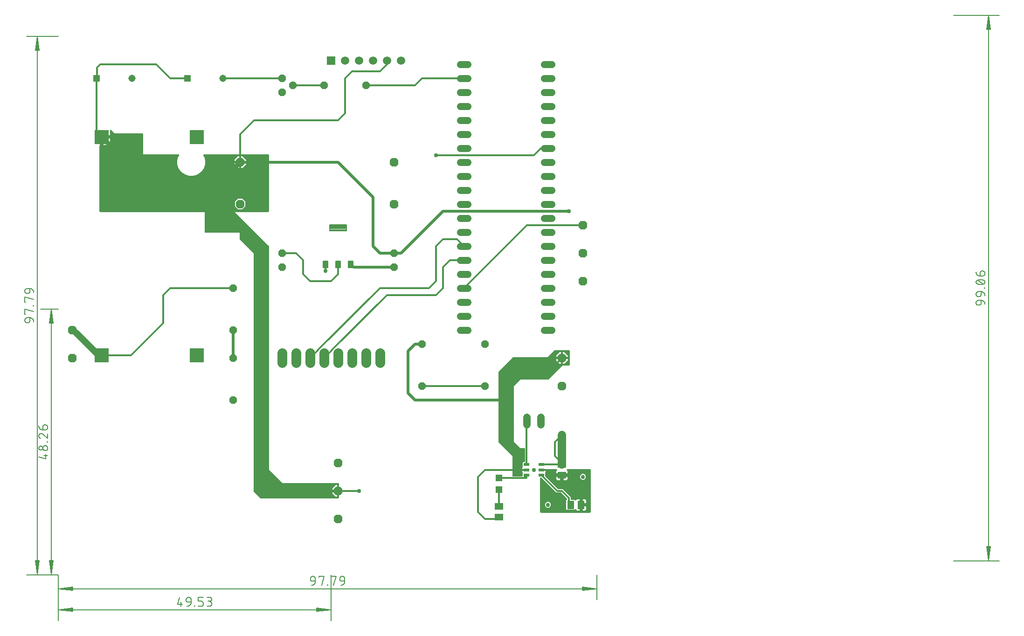
<source format=gbr>
G04 EAGLE Gerber RS-274X export*
G75*
%MOMM*%
%FSLAX34Y34*%
%LPD*%
%INTop Copper*%
%IPPOS*%
%AMOC8*
5,1,8,0,0,1.08239X$1,22.5*%
G01*
%ADD10C,0.130000*%
%ADD11C,0.152400*%
%ADD12C,1.308000*%
%ADD13C,1.778000*%
%ADD14P,1.429621X8X292.500000*%
%ADD15P,1.429621X8X112.500000*%
%ADD16P,1.429621X8X22.500000*%
%ADD17R,1.308000X1.308000*%
%ADD18C,1.308000*%
%ADD19R,2.500000X2.500000*%
%ADD20P,1.732040X8X22.500000*%
%ADD21C,1.508000*%
%ADD22R,1.508000X1.508000*%
%ADD23C,0.139500*%
%ADD24C,0.196500*%
%ADD25R,1.050000X0.600000*%
%ADD26R,1.000000X0.550000*%
%ADD27R,1.500000X1.300000*%
%ADD28C,1.320800*%
%ADD29R,1.200000X1.200000*%
%ADD30R,1.300000X1.500000*%
%ADD31C,0.304800*%
%ADD32C,0.508000*%
%ADD33C,0.756400*%
%ADD34C,0.406400*%
%ADD35C,0.812800*%
%ADD36C,1.524000*%

G36*
X508118Y125746D02*
X508118Y125746D01*
X508237Y125753D01*
X508275Y125766D01*
X508316Y125771D01*
X508426Y125814D01*
X508539Y125851D01*
X508574Y125873D01*
X508611Y125888D01*
X508707Y125958D01*
X508808Y126021D01*
X508836Y126051D01*
X508869Y126074D01*
X508945Y126166D01*
X509026Y126253D01*
X509046Y126288D01*
X509071Y126319D01*
X509122Y126427D01*
X509180Y126531D01*
X509190Y126571D01*
X509207Y126607D01*
X509229Y126724D01*
X509259Y126839D01*
X509263Y126900D01*
X509267Y126920D01*
X509265Y126940D01*
X509269Y127000D01*
X509269Y138938D01*
X509254Y139056D01*
X509247Y139175D01*
X509234Y139213D01*
X509229Y139253D01*
X509186Y139364D01*
X509149Y139477D01*
X509127Y139511D01*
X509112Y139549D01*
X509043Y139645D01*
X509009Y139697D01*
X509026Y139715D01*
X509046Y139750D01*
X509071Y139782D01*
X509122Y139889D01*
X509180Y139994D01*
X509190Y140033D01*
X509207Y140069D01*
X509229Y140186D01*
X509259Y140302D01*
X509263Y140362D01*
X509267Y140382D01*
X509265Y140402D01*
X509269Y140462D01*
X509269Y152400D01*
X509254Y152518D01*
X509247Y152637D01*
X509234Y152675D01*
X509229Y152716D01*
X509186Y152826D01*
X509149Y152939D01*
X509127Y152974D01*
X509112Y153011D01*
X509043Y153107D01*
X508979Y153208D01*
X508949Y153236D01*
X508926Y153269D01*
X508834Y153345D01*
X508747Y153426D01*
X508712Y153446D01*
X508681Y153471D01*
X508573Y153522D01*
X508469Y153580D01*
X508429Y153590D01*
X508393Y153607D01*
X508276Y153629D01*
X508161Y153659D01*
X508101Y153663D01*
X508081Y153667D01*
X508060Y153665D01*
X508000Y153669D01*
X406926Y153669D01*
X382269Y178326D01*
X382269Y584200D01*
X382257Y584298D01*
X382254Y584397D01*
X382237Y584455D01*
X382229Y584516D01*
X382193Y584608D01*
X382165Y584703D01*
X382135Y584755D01*
X382112Y584811D01*
X382054Y584891D01*
X382004Y584977D01*
X381938Y585052D01*
X381926Y585069D01*
X381916Y585076D01*
X381898Y585098D01*
X320818Y646177D01*
X381000Y646177D01*
X381026Y646180D01*
X381052Y646178D01*
X381199Y646200D01*
X381346Y646217D01*
X381371Y646225D01*
X381397Y646229D01*
X381535Y646284D01*
X381674Y646334D01*
X381696Y646348D01*
X381721Y646358D01*
X381842Y646443D01*
X381967Y646523D01*
X381985Y646542D01*
X382007Y646557D01*
X382106Y646667D01*
X382209Y646774D01*
X382223Y646796D01*
X382240Y646816D01*
X382312Y646946D01*
X382388Y647073D01*
X382396Y647098D01*
X382409Y647121D01*
X382449Y647264D01*
X382494Y647405D01*
X382496Y647431D01*
X382504Y647456D01*
X382523Y647700D01*
X382523Y749300D01*
X382520Y749326D01*
X382522Y749352D01*
X382500Y749499D01*
X382483Y749646D01*
X382475Y749671D01*
X382471Y749697D01*
X382416Y749835D01*
X382366Y749974D01*
X382352Y749996D01*
X382342Y750021D01*
X382257Y750142D01*
X382177Y750267D01*
X382158Y750285D01*
X382143Y750307D01*
X382033Y750406D01*
X381926Y750509D01*
X381904Y750523D01*
X381884Y750540D01*
X381754Y750612D01*
X381627Y750688D01*
X381602Y750696D01*
X381579Y750709D01*
X381436Y750749D01*
X381295Y750794D01*
X381269Y750796D01*
X381244Y750804D01*
X381000Y750823D01*
X264780Y750823D01*
X264704Y750815D01*
X264629Y750816D01*
X264532Y750795D01*
X264433Y750783D01*
X264362Y750758D01*
X264288Y750742D01*
X264199Y750699D01*
X264105Y750666D01*
X264042Y750625D01*
X263973Y750592D01*
X263896Y750531D01*
X263813Y750477D01*
X263760Y750422D01*
X263701Y750375D01*
X263639Y750298D01*
X263570Y750226D01*
X263532Y750161D01*
X263485Y750102D01*
X263442Y750012D01*
X263392Y749927D01*
X263368Y749855D01*
X263336Y749786D01*
X263315Y749689D01*
X263285Y749595D01*
X263279Y749520D01*
X263263Y749446D01*
X263265Y749346D01*
X263257Y749248D01*
X263269Y749173D01*
X263270Y749097D01*
X263294Y749001D01*
X263309Y748903D01*
X263337Y748833D01*
X263356Y748759D01*
X263420Y748623D01*
X263438Y748579D01*
X263448Y748564D01*
X263460Y748538D01*
X264746Y746312D01*
X266461Y739912D01*
X266461Y733288D01*
X264746Y726888D01*
X261434Y721151D01*
X256749Y716466D01*
X251012Y713154D01*
X244612Y711439D01*
X237988Y711439D01*
X231588Y713154D01*
X225851Y716466D01*
X221166Y721151D01*
X217854Y726888D01*
X216139Y733288D01*
X216139Y739912D01*
X217854Y746312D01*
X219140Y748538D01*
X219170Y748608D01*
X219208Y748673D01*
X219239Y748767D01*
X219278Y748858D01*
X219292Y748933D01*
X219315Y749005D01*
X219323Y749104D01*
X219340Y749201D01*
X219337Y749277D01*
X219343Y749352D01*
X219328Y749450D01*
X219323Y749549D01*
X219302Y749622D01*
X219291Y749697D01*
X219254Y749789D01*
X219227Y749884D01*
X219190Y749950D01*
X219162Y750021D01*
X219106Y750102D01*
X219058Y750189D01*
X219007Y750245D01*
X218963Y750307D01*
X218890Y750373D01*
X218823Y750447D01*
X218761Y750490D01*
X218705Y750540D01*
X218618Y750588D01*
X218536Y750645D01*
X218466Y750672D01*
X218400Y750709D01*
X218304Y750736D01*
X218212Y750772D01*
X218137Y750783D01*
X218064Y750804D01*
X217913Y750816D01*
X217867Y750823D01*
X217849Y750821D01*
X217820Y750823D01*
X153923Y750823D01*
X153923Y787400D01*
X153920Y787426D01*
X153922Y787452D01*
X153900Y787599D01*
X153883Y787746D01*
X153875Y787771D01*
X153871Y787797D01*
X153816Y787935D01*
X153766Y788074D01*
X153752Y788096D01*
X153742Y788121D01*
X153657Y788242D01*
X153577Y788367D01*
X153558Y788385D01*
X153543Y788407D01*
X153433Y788506D01*
X153326Y788609D01*
X153304Y788623D01*
X153284Y788640D01*
X153154Y788712D01*
X153027Y788788D01*
X153002Y788796D01*
X152979Y788809D01*
X152836Y788849D01*
X152695Y788894D01*
X152669Y788896D01*
X152644Y788904D01*
X152400Y788923D01*
X102231Y788923D01*
X96381Y794773D01*
X96303Y794835D01*
X96230Y794905D01*
X96166Y794944D01*
X96108Y794990D01*
X96017Y795033D01*
X95931Y795084D01*
X95860Y795107D01*
X95793Y795139D01*
X95695Y795160D01*
X95599Y795190D01*
X95525Y795196D01*
X95452Y795212D01*
X95352Y795210D01*
X95252Y795218D01*
X95178Y795207D01*
X95104Y795206D01*
X95007Y795182D01*
X94907Y795167D01*
X94838Y795139D01*
X94766Y795121D01*
X94676Y795075D01*
X94583Y795038D01*
X94522Y794996D01*
X94456Y794961D01*
X94379Y794896D01*
X94297Y794839D01*
X94247Y794784D01*
X94191Y794736D01*
X94131Y794655D01*
X94064Y794580D01*
X94028Y794515D01*
X93983Y794455D01*
X93944Y794363D01*
X93895Y794275D01*
X93875Y794204D01*
X93845Y794135D01*
X93828Y794037D01*
X93800Y793940D01*
X93792Y793840D01*
X93784Y793792D01*
X93786Y793757D01*
X93781Y793696D01*
X93781Y785367D01*
X80264Y785367D01*
X80238Y785364D01*
X80212Y785366D01*
X80065Y785344D01*
X79918Y785327D01*
X79893Y785319D01*
X79867Y785315D01*
X79729Y785260D01*
X79590Y785210D01*
X79568Y785196D01*
X79543Y785186D01*
X79422Y785101D01*
X79297Y785021D01*
X79279Y785002D01*
X79257Y784987D01*
X79158Y784877D01*
X79055Y784770D01*
X79041Y784748D01*
X79024Y784728D01*
X78952Y784598D01*
X78876Y784471D01*
X78868Y784446D01*
X78855Y784423D01*
X78815Y784280D01*
X78770Y784139D01*
X78768Y784113D01*
X78761Y784088D01*
X78741Y783844D01*
X78741Y782319D01*
X77216Y782319D01*
X77190Y782316D01*
X77164Y782318D01*
X77017Y782296D01*
X76870Y782279D01*
X76845Y782270D01*
X76819Y782267D01*
X76681Y782212D01*
X76542Y782162D01*
X76520Y782147D01*
X76495Y782138D01*
X76374Y782053D01*
X76249Y781973D01*
X76231Y781954D01*
X76209Y781939D01*
X76110Y781829D01*
X76007Y781722D01*
X75993Y781700D01*
X75976Y781680D01*
X75904Y781550D01*
X75828Y781423D01*
X75820Y781398D01*
X75807Y781375D01*
X75767Y781232D01*
X75722Y781091D01*
X75720Y781065D01*
X75712Y781040D01*
X75693Y780796D01*
X75693Y767183D01*
X75665Y767172D01*
X75526Y767122D01*
X75504Y767108D01*
X75479Y767098D01*
X75358Y767013D01*
X75233Y766933D01*
X75215Y766914D01*
X75193Y766899D01*
X75094Y766789D01*
X74991Y766682D01*
X74977Y766660D01*
X74960Y766640D01*
X74888Y766510D01*
X74812Y766383D01*
X74804Y766358D01*
X74791Y766335D01*
X74751Y766192D01*
X74706Y766051D01*
X74704Y766025D01*
X74696Y766000D01*
X74677Y765756D01*
X74677Y647700D01*
X74680Y647674D01*
X74678Y647648D01*
X74700Y647501D01*
X74717Y647354D01*
X74725Y647329D01*
X74729Y647303D01*
X74784Y647165D01*
X74834Y647026D01*
X74848Y647004D01*
X74858Y646979D01*
X74943Y646858D01*
X75023Y646733D01*
X75042Y646715D01*
X75057Y646693D01*
X75167Y646594D01*
X75274Y646491D01*
X75296Y646477D01*
X75316Y646460D01*
X75446Y646388D01*
X75573Y646312D01*
X75598Y646304D01*
X75621Y646291D01*
X75764Y646251D01*
X75905Y646206D01*
X75931Y646204D01*
X75956Y646196D01*
X76200Y646177D01*
X265431Y646177D01*
X265431Y609600D01*
X265446Y609482D01*
X265453Y609363D01*
X265466Y609325D01*
X265471Y609284D01*
X265514Y609174D01*
X265551Y609061D01*
X265573Y609026D01*
X265588Y608989D01*
X265658Y608893D01*
X265721Y608792D01*
X265751Y608764D01*
X265774Y608731D01*
X265866Y608656D01*
X265953Y608574D01*
X265988Y608554D01*
X266019Y608529D01*
X266127Y608478D01*
X266231Y608420D01*
X266271Y608410D01*
X266307Y608393D01*
X266424Y608371D01*
X266539Y608341D01*
X266600Y608337D01*
X266620Y608333D01*
X266640Y608335D01*
X266700Y608331D01*
X328931Y608331D01*
X328931Y596900D01*
X328943Y596802D01*
X328946Y596703D01*
X328963Y596645D01*
X328971Y596584D01*
X329007Y596492D01*
X329035Y596397D01*
X329065Y596345D01*
X329088Y596289D01*
X329146Y596209D01*
X329196Y596123D01*
X329262Y596048D01*
X329274Y596031D01*
X329284Y596024D01*
X329303Y596003D01*
X354331Y570974D01*
X354331Y139700D01*
X354343Y139602D01*
X354346Y139503D01*
X354363Y139445D01*
X354371Y139384D01*
X354407Y139292D01*
X354435Y139197D01*
X354456Y139161D01*
X354459Y139153D01*
X354468Y139138D01*
X354488Y139089D01*
X354546Y139009D01*
X354596Y138923D01*
X354625Y138891D01*
X354629Y138884D01*
X354638Y138875D01*
X354662Y138848D01*
X354674Y138831D01*
X354684Y138824D01*
X354703Y138803D01*
X367403Y126103D01*
X367481Y126042D01*
X367553Y125974D01*
X367606Y125945D01*
X367654Y125908D01*
X367745Y125868D01*
X367831Y125820D01*
X367890Y125805D01*
X367946Y125781D01*
X368044Y125766D01*
X368139Y125741D01*
X368239Y125735D01*
X368260Y125731D01*
X368272Y125733D01*
X368300Y125731D01*
X508000Y125731D01*
X508118Y125746D01*
G37*
G36*
X842174Y165964D02*
X842174Y165964D01*
X842293Y165971D01*
X842331Y165984D01*
X842372Y165989D01*
X842482Y166032D01*
X842595Y166069D01*
X842630Y166091D01*
X842667Y166106D01*
X842763Y166175D01*
X842864Y166239D01*
X842892Y166269D01*
X842925Y166292D01*
X843001Y166384D01*
X843082Y166471D01*
X843102Y166506D01*
X843127Y166537D01*
X843178Y166645D01*
X843236Y166749D01*
X843246Y166789D01*
X843263Y166825D01*
X843285Y166942D01*
X843315Y167057D01*
X843319Y167117D01*
X843323Y167137D01*
X843321Y167158D01*
X843325Y167218D01*
X843325Y172206D01*
X843313Y172304D01*
X843310Y172403D01*
X843293Y172461D01*
X843285Y172521D01*
X843249Y172613D01*
X843221Y172709D01*
X843191Y172761D01*
X843168Y172817D01*
X843110Y172897D01*
X843060Y172983D01*
X842994Y173058D01*
X842982Y173074D01*
X842972Y173082D01*
X842954Y173103D01*
X842817Y173240D01*
X842482Y173819D01*
X842309Y174466D01*
X842309Y176301D01*
X842424Y176316D01*
X842543Y176323D01*
X842581Y176335D01*
X842622Y176341D01*
X842732Y176384D01*
X842845Y176421D01*
X842880Y176443D01*
X842917Y176458D01*
X843013Y176527D01*
X843114Y176591D01*
X843142Y176621D01*
X843175Y176644D01*
X843251Y176736D01*
X843332Y176823D01*
X843352Y176858D01*
X843377Y176889D01*
X843428Y176997D01*
X843486Y177101D01*
X843496Y177141D01*
X843513Y177177D01*
X843535Y177294D01*
X843565Y177409D01*
X843569Y177469D01*
X843573Y177489D01*
X843571Y177510D01*
X843575Y177570D01*
X843575Y178030D01*
X843560Y178148D01*
X843553Y178267D01*
X843540Y178305D01*
X843535Y178346D01*
X843492Y178456D01*
X843455Y178569D01*
X843433Y178604D01*
X843418Y178641D01*
X843349Y178737D01*
X843285Y178838D01*
X843255Y178866D01*
X843232Y178899D01*
X843140Y178975D01*
X843053Y179056D01*
X843018Y179076D01*
X842987Y179101D01*
X842879Y179152D01*
X842775Y179210D01*
X842735Y179220D01*
X842699Y179237D01*
X842582Y179259D01*
X842467Y179289D01*
X842407Y179293D01*
X842387Y179297D01*
X842366Y179295D01*
X842309Y179299D01*
X842309Y181134D01*
X842482Y181781D01*
X842817Y182360D01*
X842954Y182497D01*
X843014Y182575D01*
X843082Y182647D01*
X843111Y182700D01*
X843148Y182748D01*
X843188Y182839D01*
X843236Y182926D01*
X843251Y182984D01*
X843275Y183040D01*
X843290Y183138D01*
X843315Y183233D01*
X843321Y183333D01*
X843325Y183354D01*
X843323Y183366D01*
X843325Y183394D01*
X843325Y190932D01*
X844218Y191825D01*
X845782Y191825D01*
X845900Y191840D01*
X846019Y191847D01*
X846057Y191860D01*
X846098Y191865D01*
X846208Y191908D01*
X846321Y191945D01*
X846356Y191967D01*
X846393Y191982D01*
X846489Y192051D01*
X846590Y192115D01*
X846618Y192145D01*
X846651Y192168D01*
X846727Y192260D01*
X846808Y192347D01*
X846828Y192382D01*
X846853Y192413D01*
X846904Y192521D01*
X846962Y192625D01*
X846972Y192665D01*
X846989Y192701D01*
X847011Y192818D01*
X847041Y192933D01*
X847045Y192993D01*
X847049Y193013D01*
X847047Y193034D01*
X847051Y193094D01*
X847051Y215900D01*
X847036Y216018D01*
X847029Y216137D01*
X847016Y216175D01*
X847011Y216216D01*
X846968Y216326D01*
X846931Y216439D01*
X846909Y216474D01*
X846894Y216511D01*
X846825Y216607D01*
X846761Y216708D01*
X846731Y216736D01*
X846708Y216769D01*
X846616Y216845D01*
X846529Y216926D01*
X846494Y216946D01*
X846463Y216971D01*
X846355Y217022D01*
X846251Y217080D01*
X846211Y217090D01*
X846175Y217107D01*
X846058Y217129D01*
X845943Y217159D01*
X845883Y217163D01*
X845863Y217167D01*
X845842Y217165D01*
X845782Y217169D01*
X838726Y217169D01*
X826769Y229126D01*
X826769Y329674D01*
X838726Y341631D01*
X889000Y341631D01*
X889098Y341643D01*
X889197Y341646D01*
X889255Y341663D01*
X889316Y341671D01*
X889408Y341707D01*
X889503Y341735D01*
X889555Y341765D01*
X889611Y341788D01*
X889691Y341846D01*
X889777Y341896D01*
X889852Y341962D01*
X889869Y341974D01*
X889876Y341984D01*
X889898Y342003D01*
X914926Y367031D01*
X927100Y367031D01*
X927218Y367046D01*
X927337Y367053D01*
X927375Y367066D01*
X927416Y367071D01*
X927526Y367114D01*
X927639Y367151D01*
X927674Y367173D01*
X927711Y367188D01*
X927807Y367258D01*
X927908Y367321D01*
X927936Y367351D01*
X927969Y367374D01*
X928045Y367466D01*
X928126Y367553D01*
X928146Y367588D01*
X928171Y367619D01*
X928222Y367727D01*
X928280Y367831D01*
X928290Y367871D01*
X928307Y367907D01*
X928329Y368024D01*
X928359Y368139D01*
X928363Y368200D01*
X928367Y368220D01*
X928365Y368240D01*
X928369Y368300D01*
X928369Y393700D01*
X928354Y393818D01*
X928347Y393937D01*
X928334Y393975D01*
X928329Y394016D01*
X928286Y394126D01*
X928249Y394239D01*
X928227Y394274D01*
X928212Y394311D01*
X928143Y394407D01*
X928079Y394508D01*
X928049Y394536D01*
X928026Y394569D01*
X927934Y394645D01*
X927847Y394726D01*
X927812Y394746D01*
X927781Y394771D01*
X927673Y394822D01*
X927569Y394880D01*
X927529Y394890D01*
X927493Y394907D01*
X927376Y394929D01*
X927261Y394959D01*
X927201Y394963D01*
X927181Y394967D01*
X927160Y394965D01*
X927100Y394969D01*
X901700Y394969D01*
X901602Y394957D01*
X901503Y394954D01*
X901445Y394937D01*
X901384Y394929D01*
X901292Y394893D01*
X901197Y394865D01*
X901145Y394835D01*
X901089Y394812D01*
X901009Y394754D01*
X900923Y394704D01*
X900848Y394638D01*
X900831Y394626D01*
X900824Y394616D01*
X900803Y394598D01*
X888474Y382269D01*
X825500Y382269D01*
X825402Y382257D01*
X825303Y382254D01*
X825245Y382237D01*
X825184Y382229D01*
X825092Y382193D01*
X824997Y382165D01*
X824945Y382135D01*
X824889Y382112D01*
X824809Y382054D01*
X824723Y382004D01*
X824648Y381938D01*
X824631Y381926D01*
X824624Y381916D01*
X824603Y381898D01*
X799203Y356498D01*
X799142Y356419D01*
X799074Y356347D01*
X799045Y356294D01*
X799008Y356246D01*
X798968Y356155D01*
X798920Y356069D01*
X798905Y356010D01*
X798881Y355954D01*
X798866Y355856D01*
X798841Y355761D01*
X798835Y355667D01*
X798833Y355658D01*
X798834Y355654D01*
X798831Y355640D01*
X798833Y355628D01*
X798831Y355600D01*
X798831Y228600D01*
X798843Y228502D01*
X798846Y228403D01*
X798863Y228345D01*
X798871Y228284D01*
X798907Y228192D01*
X798935Y228097D01*
X798965Y228045D01*
X798988Y227989D01*
X799046Y227909D01*
X799096Y227823D01*
X799162Y227748D01*
X799174Y227731D01*
X799184Y227724D01*
X799203Y227703D01*
X824231Y202674D01*
X824231Y167218D01*
X824246Y167100D01*
X824253Y166981D01*
X824266Y166943D01*
X824271Y166902D01*
X824314Y166792D01*
X824351Y166679D01*
X824373Y166644D01*
X824388Y166607D01*
X824458Y166511D01*
X824521Y166410D01*
X824551Y166382D01*
X824574Y166349D01*
X824666Y166273D01*
X824753Y166192D01*
X824788Y166172D01*
X824819Y166147D01*
X824927Y166096D01*
X825031Y166038D01*
X825071Y166028D01*
X825107Y166011D01*
X825224Y165989D01*
X825339Y165959D01*
X825400Y165955D01*
X825420Y165951D01*
X825440Y165953D01*
X825500Y165949D01*
X842056Y165949D01*
X842174Y165964D01*
G37*
G36*
X965226Y100080D02*
X965226Y100080D01*
X965252Y100078D01*
X965399Y100100D01*
X965546Y100117D01*
X965571Y100125D01*
X965597Y100129D01*
X965735Y100184D01*
X965874Y100234D01*
X965896Y100248D01*
X965921Y100258D01*
X966042Y100343D01*
X966167Y100423D01*
X966185Y100442D01*
X966207Y100457D01*
X966306Y100567D01*
X966409Y100674D01*
X966423Y100696D01*
X966440Y100716D01*
X966512Y100846D01*
X966588Y100973D01*
X966596Y100998D01*
X966609Y101021D01*
X966649Y101164D01*
X966694Y101305D01*
X966696Y101331D01*
X966704Y101356D01*
X966723Y101600D01*
X966723Y177800D01*
X966722Y177811D01*
X966722Y177815D01*
X966720Y177828D01*
X966722Y177852D01*
X966700Y177999D01*
X966683Y178146D01*
X966675Y178171D01*
X966671Y178197D01*
X966616Y178335D01*
X966566Y178474D01*
X966552Y178496D01*
X966542Y178521D01*
X966457Y178642D01*
X966377Y178767D01*
X966358Y178785D01*
X966343Y178807D01*
X966233Y178906D01*
X966126Y179009D01*
X966104Y179023D01*
X966084Y179040D01*
X965954Y179112D01*
X965827Y179188D01*
X965802Y179196D01*
X965779Y179209D01*
X965636Y179249D01*
X965495Y179294D01*
X965469Y179296D01*
X965444Y179304D01*
X965200Y179323D01*
X924647Y179323D01*
X924547Y179312D01*
X924447Y179310D01*
X924375Y179292D01*
X924301Y179283D01*
X924207Y179250D01*
X924109Y179225D01*
X924043Y179191D01*
X923973Y179166D01*
X923889Y179111D01*
X923799Y179065D01*
X923743Y179017D01*
X923680Y178977D01*
X923610Y178905D01*
X923534Y178840D01*
X923490Y178780D01*
X923438Y178726D01*
X923386Y178640D01*
X923327Y178559D01*
X923297Y178491D01*
X923259Y178427D01*
X923229Y178331D01*
X923189Y178239D01*
X923176Y178166D01*
X923153Y178095D01*
X923145Y177995D01*
X923127Y177896D01*
X923131Y177822D01*
X923125Y177748D01*
X923140Y177648D01*
X923145Y177548D01*
X923166Y177477D01*
X923177Y177403D01*
X923214Y177310D01*
X923242Y177213D01*
X923278Y177148D01*
X923305Y177079D01*
X923363Y176997D01*
X923412Y176909D01*
X923477Y176833D01*
X923504Y176793D01*
X923531Y176769D01*
X923539Y176759D01*
X923542Y176756D01*
X923544Y176753D01*
X923570Y176723D01*
X923933Y176360D01*
X924268Y175781D01*
X924441Y175135D01*
X924441Y171347D01*
X915924Y171347D01*
X915898Y171344D01*
X915872Y171346D01*
X915725Y171324D01*
X915578Y171307D01*
X915553Y171298D01*
X915527Y171295D01*
X915389Y171240D01*
X915250Y171190D01*
X915228Y171176D01*
X915203Y171166D01*
X915082Y171081D01*
X914957Y171001D01*
X914939Y170982D01*
X914917Y170967D01*
X914818Y170857D01*
X914715Y170750D01*
X914701Y170728D01*
X914684Y170708D01*
X914612Y170578D01*
X914536Y170451D01*
X914528Y170426D01*
X914515Y170403D01*
X914475Y170260D01*
X914430Y170119D01*
X914428Y170093D01*
X914420Y170068D01*
X914401Y169824D01*
X914401Y168299D01*
X914399Y168299D01*
X914399Y169824D01*
X914396Y169850D01*
X914398Y169876D01*
X914376Y170023D01*
X914359Y170170D01*
X914350Y170195D01*
X914347Y170221D01*
X914292Y170359D01*
X914242Y170498D01*
X914228Y170520D01*
X914218Y170545D01*
X914133Y170666D01*
X914053Y170791D01*
X914034Y170809D01*
X914019Y170831D01*
X913909Y170930D01*
X913802Y171033D01*
X913780Y171047D01*
X913760Y171064D01*
X913630Y171136D01*
X913503Y171212D01*
X913478Y171220D01*
X913455Y171233D01*
X913312Y171273D01*
X913171Y171318D01*
X913145Y171320D01*
X913120Y171328D01*
X912876Y171347D01*
X904359Y171347D01*
X904359Y175135D01*
X904532Y175781D01*
X904867Y176360D01*
X905230Y176723D01*
X905292Y176801D01*
X905362Y176874D01*
X905400Y176938D01*
X905446Y176996D01*
X905489Y177087D01*
X905541Y177173D01*
X905563Y177244D01*
X905595Y177311D01*
X905616Y177409D01*
X905647Y177505D01*
X905653Y177579D01*
X905669Y177652D01*
X905667Y177752D01*
X905675Y177852D01*
X905664Y177926D01*
X905663Y178000D01*
X905638Y178097D01*
X905623Y178197D01*
X905596Y178266D01*
X905578Y178338D01*
X905532Y178428D01*
X905495Y178521D01*
X905452Y178582D01*
X905418Y178648D01*
X905353Y178725D01*
X905296Y178807D01*
X905241Y178857D01*
X905192Y178913D01*
X905111Y178973D01*
X905037Y179040D01*
X904972Y179076D01*
X904912Y179121D01*
X904820Y179160D01*
X904732Y179209D01*
X904660Y179229D01*
X904592Y179259D01*
X904493Y179276D01*
X904396Y179304D01*
X904296Y179312D01*
X904249Y179320D01*
X904213Y179318D01*
X904153Y179323D01*
X885148Y179323D01*
X885122Y179320D01*
X885096Y179322D01*
X884949Y179300D01*
X884802Y179283D01*
X884777Y179275D01*
X884751Y179271D01*
X884613Y179216D01*
X884474Y179166D01*
X884452Y179152D01*
X884427Y179142D01*
X884306Y179057D01*
X884181Y178977D01*
X884163Y178958D01*
X884141Y178943D01*
X884042Y178833D01*
X883939Y178726D01*
X883925Y178704D01*
X883908Y178684D01*
X883836Y178554D01*
X883760Y178427D01*
X883752Y178402D01*
X883739Y178379D01*
X883699Y178236D01*
X883654Y178095D01*
X883652Y178069D01*
X883644Y178044D01*
X883625Y177800D01*
X883628Y177774D01*
X883626Y177748D01*
X883648Y177601D01*
X883665Y177454D01*
X883673Y177429D01*
X883677Y177403D01*
X883732Y177265D01*
X883782Y177126D01*
X883796Y177103D01*
X883806Y177079D01*
X883891Y176958D01*
X883971Y176833D01*
X883990Y176814D01*
X884005Y176793D01*
X884115Y176694D01*
X884222Y176591D01*
X884244Y176577D01*
X884264Y176559D01*
X884394Y176488D01*
X884521Y176412D01*
X884546Y176404D01*
X884569Y176391D01*
X884712Y176351D01*
X884853Y176305D01*
X884879Y176303D01*
X884891Y176300D01*
X884891Y174465D01*
X884718Y173819D01*
X884383Y173240D01*
X884321Y173178D01*
X884242Y173079D01*
X884158Y172985D01*
X884134Y172943D01*
X884104Y172905D01*
X884050Y172791D01*
X883989Y172680D01*
X883976Y172633D01*
X883955Y172590D01*
X883929Y172466D01*
X883894Y172344D01*
X883889Y172284D01*
X883882Y172249D01*
X883883Y172201D01*
X883875Y172101D01*
X883875Y166468D01*
X883889Y166342D01*
X883896Y166216D01*
X883909Y166170D01*
X883915Y166122D01*
X883957Y166003D01*
X883992Y165881D01*
X884016Y165839D01*
X884032Y165793D01*
X884101Y165687D01*
X884162Y165577D01*
X884202Y165531D01*
X884221Y165501D01*
X884256Y165467D01*
X884321Y165391D01*
X906517Y143195D01*
X906616Y143116D01*
X906710Y143032D01*
X906752Y143008D01*
X906790Y142978D01*
X906904Y142924D01*
X907015Y142863D01*
X907061Y142850D01*
X907105Y142829D01*
X907228Y142803D01*
X907350Y142768D01*
X907411Y142763D01*
X907446Y142756D01*
X907494Y142757D01*
X907594Y142749D01*
X915663Y142749D01*
X930149Y128263D01*
X930149Y124848D01*
X930152Y124822D01*
X930150Y124796D01*
X930172Y124649D01*
X930189Y124502D01*
X930197Y124477D01*
X930201Y124451D01*
X930256Y124313D01*
X930306Y124174D01*
X930320Y124152D01*
X930330Y124127D01*
X930415Y124006D01*
X930495Y123881D01*
X930514Y123863D01*
X930529Y123841D01*
X930639Y123742D01*
X930746Y123639D01*
X930768Y123625D01*
X930788Y123608D01*
X930918Y123536D01*
X931045Y123460D01*
X931070Y123452D01*
X931093Y123439D01*
X931236Y123399D01*
X931377Y123354D01*
X931403Y123352D01*
X931428Y123344D01*
X931672Y123325D01*
X937432Y123325D01*
X938129Y122627D01*
X938170Y122595D01*
X938204Y122557D01*
X938305Y122487D01*
X938402Y122410D01*
X938449Y122388D01*
X938491Y122359D01*
X938606Y122314D01*
X938718Y122261D01*
X938767Y122251D01*
X938815Y122232D01*
X938937Y122214D01*
X939058Y122188D01*
X939109Y122189D01*
X939160Y122181D01*
X939283Y122192D01*
X939407Y122194D01*
X939456Y122206D01*
X939507Y122211D01*
X939625Y122249D01*
X939745Y122279D01*
X939790Y122302D01*
X939839Y122318D01*
X939945Y122382D01*
X940054Y122439D01*
X940093Y122472D01*
X940137Y122498D01*
X940226Y122584D01*
X940320Y122664D01*
X940350Y122705D01*
X940387Y122741D01*
X940526Y122942D01*
X940767Y123360D01*
X941240Y123833D01*
X941819Y124168D01*
X942465Y124341D01*
X946253Y124341D01*
X946253Y115824D01*
X946256Y115798D01*
X946254Y115772D01*
X946276Y115625D01*
X946293Y115478D01*
X946301Y115453D01*
X946305Y115427D01*
X946360Y115289D01*
X946410Y115150D01*
X946424Y115128D01*
X946434Y115103D01*
X946519Y114982D01*
X946599Y114857D01*
X946618Y114839D01*
X946633Y114817D01*
X946743Y114718D01*
X946850Y114615D01*
X946872Y114601D01*
X946892Y114584D01*
X947022Y114512D01*
X947149Y114436D01*
X947174Y114428D01*
X947197Y114415D01*
X947340Y114375D01*
X947481Y114330D01*
X947507Y114328D01*
X947532Y114320D01*
X947776Y114301D01*
X949301Y114301D01*
X949301Y114299D01*
X947776Y114299D01*
X947750Y114296D01*
X947724Y114298D01*
X947577Y114276D01*
X947430Y114259D01*
X947405Y114250D01*
X947379Y114247D01*
X947241Y114192D01*
X947102Y114142D01*
X947080Y114128D01*
X947055Y114118D01*
X946934Y114033D01*
X946809Y113953D01*
X946791Y113934D01*
X946769Y113919D01*
X946670Y113809D01*
X946567Y113702D01*
X946553Y113680D01*
X946536Y113660D01*
X946464Y113530D01*
X946388Y113403D01*
X946380Y113378D01*
X946367Y113355D01*
X946327Y113212D01*
X946282Y113071D01*
X946280Y113045D01*
X946272Y113020D01*
X946253Y112776D01*
X946253Y104259D01*
X942465Y104259D01*
X941819Y104432D01*
X941240Y104767D01*
X940767Y105240D01*
X940526Y105658D01*
X940495Y105699D01*
X940472Y105744D01*
X940392Y105838D01*
X940318Y105938D01*
X940279Y105971D01*
X940246Y106009D01*
X940147Y106083D01*
X940052Y106163D01*
X940007Y106186D01*
X939966Y106217D01*
X939852Y106266D01*
X939742Y106322D01*
X939693Y106334D01*
X939646Y106355D01*
X939524Y106376D01*
X939404Y106406D01*
X939353Y106407D01*
X939303Y106416D01*
X939179Y106410D01*
X939056Y106412D01*
X939006Y106401D01*
X938955Y106398D01*
X938836Y106364D01*
X938715Y106338D01*
X938669Y106316D01*
X938620Y106302D01*
X938512Y106241D01*
X938400Y106188D01*
X938360Y106157D01*
X938316Y106132D01*
X938129Y105973D01*
X937432Y105275D01*
X923168Y105275D01*
X922275Y106168D01*
X922275Y122432D01*
X923605Y123761D01*
X923684Y123860D01*
X923768Y123954D01*
X923792Y123997D01*
X923822Y124034D01*
X923876Y124149D01*
X923937Y124259D01*
X923950Y124306D01*
X923971Y124350D01*
X923997Y124473D01*
X924032Y124595D01*
X924037Y124655D01*
X924044Y124690D01*
X924043Y124738D01*
X924051Y124839D01*
X924051Y125106D01*
X924037Y125232D01*
X924030Y125358D01*
X924017Y125404D01*
X924011Y125452D01*
X923969Y125571D01*
X923934Y125693D01*
X923910Y125735D01*
X923894Y125781D01*
X923825Y125887D01*
X923764Y125997D01*
X923724Y126043D01*
X923705Y126073D01*
X923670Y126107D01*
X923605Y126183D01*
X913583Y136205D01*
X913484Y136284D01*
X913390Y136368D01*
X913348Y136392D01*
X913310Y136422D01*
X913196Y136476D01*
X913085Y136537D01*
X913039Y136550D01*
X912995Y136571D01*
X912872Y136597D01*
X912750Y136632D01*
X912689Y136637D01*
X912654Y136644D01*
X912606Y136643D01*
X912506Y136651D01*
X904437Y136651D01*
X877759Y163329D01*
X877660Y163408D01*
X877566Y163492D01*
X877524Y163516D01*
X877486Y163546D01*
X877372Y163600D01*
X877261Y163661D01*
X877215Y163674D01*
X877171Y163695D01*
X877048Y163721D01*
X876926Y163756D01*
X876865Y163761D01*
X876830Y163768D01*
X876782Y163767D01*
X876682Y163775D01*
X876300Y163775D01*
X876274Y163772D01*
X876248Y163774D01*
X876101Y163752D01*
X875954Y163735D01*
X875929Y163727D01*
X875903Y163723D01*
X875765Y163668D01*
X875626Y163618D01*
X875604Y163604D01*
X875579Y163594D01*
X875458Y163509D01*
X875333Y163429D01*
X875315Y163410D01*
X875293Y163395D01*
X875194Y163285D01*
X875091Y163178D01*
X875077Y163156D01*
X875060Y163136D01*
X874988Y163006D01*
X874912Y162879D01*
X874904Y162854D01*
X874891Y162831D01*
X874851Y162688D01*
X874806Y162547D01*
X874804Y162521D01*
X874796Y162496D01*
X874777Y162252D01*
X874777Y101600D01*
X874780Y101574D01*
X874778Y101548D01*
X874800Y101401D01*
X874817Y101254D01*
X874825Y101229D01*
X874829Y101203D01*
X874884Y101065D01*
X874934Y100926D01*
X874948Y100904D01*
X874958Y100879D01*
X875043Y100758D01*
X875123Y100633D01*
X875142Y100615D01*
X875157Y100593D01*
X875267Y100494D01*
X875374Y100391D01*
X875396Y100377D01*
X875416Y100360D01*
X875546Y100288D01*
X875673Y100212D01*
X875698Y100204D01*
X875721Y100191D01*
X875864Y100151D01*
X876005Y100106D01*
X876031Y100104D01*
X876056Y100096D01*
X876300Y100077D01*
X965200Y100077D01*
X965226Y100080D01*
G37*
%LPC*%
G36*
X326254Y650874D02*
X326254Y650874D01*
X320674Y656454D01*
X320674Y664346D01*
X326254Y669926D01*
X334146Y669926D01*
X339726Y664346D01*
X339726Y656454D01*
X334146Y650874D01*
X326254Y650874D01*
G37*
%LPD*%
%LPC*%
G36*
X81787Y767279D02*
X81787Y767279D01*
X81787Y779273D01*
X93781Y779273D01*
X93781Y769485D01*
X93608Y768839D01*
X93273Y768260D01*
X92800Y767787D01*
X92221Y767452D01*
X91575Y767279D01*
X81787Y767279D01*
G37*
%LPD*%
%LPC*%
G36*
X951444Y159793D02*
X951444Y159793D01*
X949494Y160601D01*
X948001Y162094D01*
X947193Y164044D01*
X947193Y166156D01*
X948001Y168106D01*
X949494Y169599D01*
X951444Y170407D01*
X953556Y170407D01*
X955506Y169599D01*
X956999Y168106D01*
X957807Y166156D01*
X957807Y164044D01*
X956999Y162094D01*
X955506Y160601D01*
X953556Y159793D01*
X951444Y159793D01*
G37*
%LPD*%
%LPC*%
G36*
X887944Y108993D02*
X887944Y108993D01*
X885994Y109801D01*
X884501Y111294D01*
X883693Y113244D01*
X883693Y115356D01*
X884501Y117306D01*
X885994Y118799D01*
X887944Y119607D01*
X890056Y119607D01*
X892006Y118799D01*
X893499Y117306D01*
X894307Y115356D01*
X894307Y113244D01*
X893499Y111294D01*
X892006Y109801D01*
X890056Y108993D01*
X887944Y108993D01*
G37*
%LPD*%
%LPC*%
G36*
X332231Y738631D02*
X332231Y738631D01*
X332231Y747142D01*
X334567Y747142D01*
X340742Y740967D01*
X340742Y738631D01*
X332231Y738631D01*
G37*
%LPD*%
%LPC*%
G36*
X916431Y383031D02*
X916431Y383031D01*
X916431Y391542D01*
X918767Y391542D01*
X924942Y385367D01*
X924942Y383031D01*
X916431Y383031D01*
G37*
%LPD*%
%LPC*%
G36*
X319658Y738631D02*
X319658Y738631D01*
X319658Y740967D01*
X325833Y747142D01*
X328169Y747142D01*
X328169Y738631D01*
X319658Y738631D01*
G37*
%LPD*%
%LPC*%
G36*
X332231Y726058D02*
X332231Y726058D01*
X332231Y734569D01*
X340742Y734569D01*
X340742Y732233D01*
X334567Y726058D01*
X332231Y726058D01*
G37*
%LPD*%
%LPC*%
G36*
X903858Y383031D02*
X903858Y383031D01*
X903858Y385367D01*
X910033Y391542D01*
X912369Y391542D01*
X912369Y383031D01*
X903858Y383031D01*
G37*
%LPD*%
%LPC*%
G36*
X916431Y370458D02*
X916431Y370458D01*
X916431Y378969D01*
X924942Y378969D01*
X924942Y376633D01*
X918767Y370458D01*
X916431Y370458D01*
G37*
%LPD*%
%LPC*%
G36*
X497458Y141731D02*
X497458Y141731D01*
X497458Y144067D01*
X503633Y150242D01*
X505969Y150242D01*
X505969Y141731D01*
X497458Y141731D01*
G37*
%LPD*%
%LPC*%
G36*
X325833Y726058D02*
X325833Y726058D01*
X319658Y732233D01*
X319658Y734569D01*
X328169Y734569D01*
X328169Y726058D01*
X325833Y726058D01*
G37*
%LPD*%
%LPC*%
G36*
X910033Y370458D02*
X910033Y370458D01*
X903858Y376633D01*
X903858Y378969D01*
X912369Y378969D01*
X912369Y370458D01*
X910033Y370458D01*
G37*
%LPD*%
%LPC*%
G36*
X503633Y129158D02*
X503633Y129158D01*
X497458Y135333D01*
X497458Y137669D01*
X505969Y137669D01*
X505969Y129158D01*
X503633Y129158D01*
G37*
%LPD*%
%LPC*%
G36*
X952347Y117347D02*
X952347Y117347D01*
X952347Y124341D01*
X956135Y124341D01*
X956781Y124168D01*
X957360Y123833D01*
X957833Y123360D01*
X958168Y122781D01*
X958341Y122135D01*
X958341Y117347D01*
X952347Y117347D01*
G37*
%LPD*%
%LPC*%
G36*
X952347Y104259D02*
X952347Y104259D01*
X952347Y111253D01*
X958341Y111253D01*
X958341Y106465D01*
X958168Y105819D01*
X957833Y105240D01*
X957360Y104767D01*
X956781Y104432D01*
X956135Y104259D01*
X952347Y104259D01*
G37*
%LPD*%
%LPC*%
G36*
X917447Y159259D02*
X917447Y159259D01*
X917447Y165253D01*
X924441Y165253D01*
X924441Y161465D01*
X924268Y160819D01*
X923933Y160240D01*
X923460Y159767D01*
X922881Y159432D01*
X922235Y159259D01*
X917447Y159259D01*
G37*
%LPD*%
%LPC*%
G36*
X906565Y159259D02*
X906565Y159259D01*
X905919Y159432D01*
X905340Y159767D01*
X904867Y160240D01*
X904532Y160819D01*
X904359Y161465D01*
X904359Y165253D01*
X911353Y165253D01*
X911353Y159259D01*
X906565Y159259D01*
G37*
%LPD*%
D10*
X1625600Y1003300D02*
X1708600Y1003300D01*
X1708600Y12700D02*
X1625600Y12700D01*
X1689100Y13350D02*
X1689100Y1002650D01*
X1685908Y977300D01*
X1692292Y977300D01*
X1689100Y1002650D01*
X1687800Y977300D01*
X1690400Y977300D02*
X1689100Y1002650D01*
X1686500Y977300D01*
X1691700Y977300D02*
X1689100Y1002650D01*
X1685908Y38700D02*
X1689100Y13350D01*
X1685908Y38700D02*
X1692292Y38700D01*
X1689100Y13350D01*
X1687800Y38700D01*
X1690400Y38700D02*
X1689100Y13350D01*
X1686500Y38700D01*
X1691700Y38700D02*
X1689100Y13350D01*
D11*
X1675368Y480464D02*
X1675368Y485883D01*
X1675368Y480464D02*
X1675366Y480346D01*
X1675360Y480228D01*
X1675351Y480110D01*
X1675337Y479993D01*
X1675320Y479876D01*
X1675299Y479759D01*
X1675274Y479644D01*
X1675245Y479529D01*
X1675212Y479415D01*
X1675176Y479303D01*
X1675136Y479192D01*
X1675093Y479082D01*
X1675046Y478973D01*
X1674996Y478866D01*
X1674941Y478761D01*
X1674884Y478658D01*
X1674823Y478557D01*
X1674759Y478457D01*
X1674692Y478360D01*
X1674622Y478265D01*
X1674548Y478173D01*
X1674472Y478082D01*
X1674392Y477995D01*
X1674310Y477910D01*
X1674225Y477828D01*
X1674138Y477748D01*
X1674047Y477672D01*
X1673955Y477598D01*
X1673860Y477528D01*
X1673763Y477461D01*
X1673663Y477397D01*
X1673562Y477336D01*
X1673459Y477279D01*
X1673354Y477224D01*
X1673247Y477174D01*
X1673138Y477127D01*
X1673028Y477084D01*
X1672917Y477044D01*
X1672805Y477008D01*
X1672691Y476975D01*
X1672576Y476946D01*
X1672461Y476921D01*
X1672344Y476900D01*
X1672227Y476883D01*
X1672110Y476869D01*
X1671992Y476860D01*
X1671874Y476854D01*
X1671756Y476852D01*
X1670853Y476852D01*
X1670720Y476854D01*
X1670588Y476860D01*
X1670456Y476870D01*
X1670324Y476883D01*
X1670192Y476901D01*
X1670062Y476922D01*
X1669931Y476947D01*
X1669802Y476976D01*
X1669674Y477009D01*
X1669546Y477045D01*
X1669420Y477085D01*
X1669295Y477129D01*
X1669171Y477177D01*
X1669049Y477228D01*
X1668928Y477283D01*
X1668809Y477341D01*
X1668691Y477403D01*
X1668576Y477468D01*
X1668462Y477537D01*
X1668351Y477608D01*
X1668242Y477684D01*
X1668135Y477762D01*
X1668030Y477843D01*
X1667928Y477928D01*
X1667828Y478015D01*
X1667731Y478105D01*
X1667636Y478198D01*
X1667545Y478294D01*
X1667456Y478392D01*
X1667370Y478493D01*
X1667287Y478597D01*
X1667207Y478703D01*
X1667131Y478811D01*
X1667057Y478921D01*
X1666987Y479034D01*
X1666920Y479148D01*
X1666857Y479265D01*
X1666797Y479383D01*
X1666740Y479503D01*
X1666687Y479625D01*
X1666638Y479748D01*
X1666592Y479872D01*
X1666550Y479998D01*
X1666512Y480125D01*
X1666477Y480253D01*
X1666446Y480382D01*
X1666419Y480511D01*
X1666396Y480642D01*
X1666376Y480773D01*
X1666361Y480905D01*
X1666349Y481037D01*
X1666341Y481169D01*
X1666337Y481302D01*
X1666337Y481434D01*
X1666341Y481567D01*
X1666349Y481699D01*
X1666361Y481831D01*
X1666376Y481963D01*
X1666396Y482094D01*
X1666419Y482225D01*
X1666446Y482354D01*
X1666477Y482483D01*
X1666512Y482611D01*
X1666550Y482738D01*
X1666592Y482864D01*
X1666638Y482988D01*
X1666687Y483111D01*
X1666740Y483233D01*
X1666797Y483353D01*
X1666857Y483471D01*
X1666920Y483588D01*
X1666987Y483702D01*
X1667057Y483815D01*
X1667131Y483925D01*
X1667207Y484033D01*
X1667287Y484139D01*
X1667370Y484243D01*
X1667456Y484344D01*
X1667545Y484442D01*
X1667636Y484538D01*
X1667731Y484631D01*
X1667828Y484721D01*
X1667928Y484808D01*
X1668030Y484893D01*
X1668135Y484974D01*
X1668242Y485052D01*
X1668351Y485128D01*
X1668462Y485199D01*
X1668576Y485268D01*
X1668691Y485333D01*
X1668809Y485395D01*
X1668928Y485453D01*
X1669049Y485508D01*
X1669171Y485559D01*
X1669295Y485607D01*
X1669420Y485651D01*
X1669546Y485691D01*
X1669674Y485727D01*
X1669802Y485760D01*
X1669931Y485789D01*
X1670062Y485814D01*
X1670192Y485835D01*
X1670324Y485853D01*
X1670456Y485866D01*
X1670588Y485876D01*
X1670720Y485882D01*
X1670853Y485884D01*
X1670853Y485883D02*
X1675368Y485883D01*
X1675543Y485881D01*
X1675717Y485875D01*
X1675891Y485864D01*
X1676065Y485849D01*
X1676239Y485830D01*
X1676412Y485807D01*
X1676584Y485780D01*
X1676756Y485748D01*
X1676927Y485713D01*
X1677097Y485673D01*
X1677266Y485629D01*
X1677434Y485581D01*
X1677601Y485529D01*
X1677766Y485473D01*
X1677930Y485413D01*
X1678093Y485350D01*
X1678253Y485282D01*
X1678413Y485210D01*
X1678570Y485135D01*
X1678726Y485055D01*
X1678879Y484972D01*
X1679031Y484886D01*
X1679180Y484795D01*
X1679327Y484701D01*
X1679472Y484604D01*
X1679615Y484503D01*
X1679755Y484399D01*
X1679892Y484291D01*
X1680027Y484180D01*
X1680159Y484066D01*
X1680288Y483949D01*
X1680415Y483828D01*
X1680538Y483705D01*
X1680659Y483578D01*
X1680776Y483449D01*
X1680890Y483317D01*
X1681001Y483182D01*
X1681109Y483045D01*
X1681213Y482905D01*
X1681314Y482762D01*
X1681411Y482617D01*
X1681505Y482470D01*
X1681596Y482321D01*
X1681682Y482169D01*
X1681765Y482016D01*
X1681845Y481860D01*
X1681920Y481703D01*
X1681992Y481543D01*
X1682060Y481383D01*
X1682123Y481220D01*
X1682183Y481056D01*
X1682239Y480891D01*
X1682291Y480724D01*
X1682339Y480556D01*
X1682383Y480387D01*
X1682423Y480217D01*
X1682458Y480046D01*
X1682490Y479874D01*
X1682517Y479702D01*
X1682540Y479529D01*
X1682559Y479355D01*
X1682574Y479181D01*
X1682585Y479007D01*
X1682591Y478833D01*
X1682593Y478658D01*
X1675368Y496096D02*
X1675368Y501514D01*
X1675368Y496096D02*
X1675366Y495978D01*
X1675360Y495860D01*
X1675351Y495742D01*
X1675337Y495625D01*
X1675320Y495508D01*
X1675299Y495391D01*
X1675274Y495276D01*
X1675245Y495161D01*
X1675212Y495047D01*
X1675176Y494935D01*
X1675136Y494824D01*
X1675093Y494714D01*
X1675046Y494605D01*
X1674996Y494498D01*
X1674941Y494393D01*
X1674884Y494290D01*
X1674823Y494189D01*
X1674759Y494089D01*
X1674692Y493992D01*
X1674622Y493897D01*
X1674548Y493805D01*
X1674472Y493714D01*
X1674392Y493627D01*
X1674310Y493542D01*
X1674225Y493460D01*
X1674138Y493380D01*
X1674047Y493304D01*
X1673955Y493230D01*
X1673860Y493160D01*
X1673763Y493093D01*
X1673663Y493029D01*
X1673562Y492968D01*
X1673459Y492911D01*
X1673354Y492856D01*
X1673247Y492806D01*
X1673138Y492759D01*
X1673028Y492716D01*
X1672917Y492676D01*
X1672805Y492640D01*
X1672691Y492607D01*
X1672576Y492578D01*
X1672461Y492553D01*
X1672344Y492532D01*
X1672227Y492515D01*
X1672110Y492501D01*
X1671992Y492492D01*
X1671874Y492486D01*
X1671756Y492484D01*
X1671756Y492483D02*
X1670853Y492483D01*
X1670720Y492485D01*
X1670588Y492491D01*
X1670456Y492501D01*
X1670324Y492514D01*
X1670192Y492532D01*
X1670062Y492553D01*
X1669931Y492578D01*
X1669802Y492607D01*
X1669674Y492640D01*
X1669546Y492676D01*
X1669420Y492716D01*
X1669295Y492760D01*
X1669171Y492808D01*
X1669049Y492859D01*
X1668928Y492914D01*
X1668809Y492972D01*
X1668691Y493034D01*
X1668576Y493099D01*
X1668462Y493168D01*
X1668351Y493239D01*
X1668242Y493315D01*
X1668135Y493393D01*
X1668030Y493474D01*
X1667928Y493559D01*
X1667828Y493646D01*
X1667731Y493736D01*
X1667636Y493829D01*
X1667545Y493925D01*
X1667456Y494023D01*
X1667370Y494124D01*
X1667287Y494228D01*
X1667207Y494334D01*
X1667131Y494442D01*
X1667057Y494552D01*
X1666987Y494665D01*
X1666920Y494779D01*
X1666857Y494896D01*
X1666797Y495014D01*
X1666740Y495134D01*
X1666687Y495256D01*
X1666638Y495379D01*
X1666592Y495503D01*
X1666550Y495629D01*
X1666512Y495756D01*
X1666477Y495884D01*
X1666446Y496013D01*
X1666419Y496142D01*
X1666396Y496273D01*
X1666376Y496404D01*
X1666361Y496536D01*
X1666349Y496668D01*
X1666341Y496800D01*
X1666337Y496933D01*
X1666337Y497065D01*
X1666341Y497198D01*
X1666349Y497330D01*
X1666361Y497462D01*
X1666376Y497594D01*
X1666396Y497725D01*
X1666419Y497856D01*
X1666446Y497985D01*
X1666477Y498114D01*
X1666512Y498242D01*
X1666550Y498369D01*
X1666592Y498495D01*
X1666638Y498619D01*
X1666687Y498742D01*
X1666740Y498864D01*
X1666797Y498984D01*
X1666857Y499102D01*
X1666920Y499219D01*
X1666987Y499333D01*
X1667057Y499446D01*
X1667131Y499556D01*
X1667207Y499664D01*
X1667287Y499770D01*
X1667370Y499874D01*
X1667456Y499975D01*
X1667545Y500073D01*
X1667636Y500169D01*
X1667731Y500262D01*
X1667828Y500352D01*
X1667928Y500439D01*
X1668030Y500524D01*
X1668135Y500605D01*
X1668242Y500683D01*
X1668351Y500759D01*
X1668462Y500830D01*
X1668576Y500899D01*
X1668691Y500964D01*
X1668809Y501026D01*
X1668928Y501084D01*
X1669049Y501139D01*
X1669171Y501190D01*
X1669295Y501238D01*
X1669420Y501282D01*
X1669546Y501322D01*
X1669674Y501358D01*
X1669802Y501391D01*
X1669931Y501420D01*
X1670062Y501445D01*
X1670192Y501466D01*
X1670324Y501484D01*
X1670456Y501497D01*
X1670588Y501507D01*
X1670720Y501513D01*
X1670853Y501515D01*
X1670853Y501514D02*
X1675368Y501514D01*
X1675543Y501512D01*
X1675717Y501506D01*
X1675891Y501495D01*
X1676065Y501480D01*
X1676239Y501461D01*
X1676412Y501438D01*
X1676584Y501411D01*
X1676756Y501379D01*
X1676927Y501344D01*
X1677097Y501304D01*
X1677266Y501260D01*
X1677434Y501212D01*
X1677601Y501160D01*
X1677766Y501104D01*
X1677930Y501044D01*
X1678093Y500981D01*
X1678253Y500913D01*
X1678413Y500841D01*
X1678570Y500766D01*
X1678726Y500686D01*
X1678879Y500603D01*
X1679031Y500517D01*
X1679180Y500426D01*
X1679327Y500332D01*
X1679472Y500235D01*
X1679615Y500134D01*
X1679755Y500030D01*
X1679892Y499922D01*
X1680027Y499811D01*
X1680159Y499697D01*
X1680288Y499580D01*
X1680415Y499459D01*
X1680538Y499336D01*
X1680659Y499209D01*
X1680776Y499080D01*
X1680890Y498948D01*
X1681001Y498813D01*
X1681109Y498676D01*
X1681213Y498536D01*
X1681314Y498393D01*
X1681411Y498248D01*
X1681505Y498101D01*
X1681596Y497952D01*
X1681682Y497800D01*
X1681765Y497647D01*
X1681845Y497491D01*
X1681920Y497334D01*
X1681992Y497174D01*
X1682060Y497014D01*
X1682123Y496851D01*
X1682183Y496687D01*
X1682239Y496522D01*
X1682291Y496355D01*
X1682339Y496187D01*
X1682383Y496018D01*
X1682423Y495848D01*
X1682458Y495677D01*
X1682490Y495505D01*
X1682517Y495333D01*
X1682540Y495160D01*
X1682559Y494986D01*
X1682574Y494812D01*
X1682585Y494638D01*
X1682591Y494464D01*
X1682593Y494289D01*
X1682593Y507489D02*
X1681690Y507489D01*
X1681690Y508392D01*
X1682593Y508392D01*
X1682593Y507489D01*
X1674465Y514367D02*
X1674145Y514371D01*
X1673826Y514382D01*
X1673506Y514401D01*
X1673188Y514428D01*
X1672870Y514462D01*
X1672553Y514504D01*
X1672237Y514554D01*
X1671922Y514611D01*
X1671609Y514675D01*
X1671297Y514747D01*
X1670987Y514826D01*
X1670680Y514913D01*
X1670374Y515007D01*
X1670071Y515108D01*
X1669770Y515217D01*
X1669472Y515332D01*
X1669176Y515455D01*
X1668884Y515585D01*
X1668595Y515722D01*
X1668594Y515722D02*
X1668486Y515761D01*
X1668379Y515804D01*
X1668274Y515850D01*
X1668171Y515900D01*
X1668069Y515954D01*
X1667969Y516011D01*
X1667871Y516072D01*
X1667775Y516136D01*
X1667682Y516203D01*
X1667591Y516273D01*
X1667502Y516347D01*
X1667416Y516423D01*
X1667333Y516503D01*
X1667252Y516585D01*
X1667174Y516670D01*
X1667100Y516757D01*
X1667028Y516848D01*
X1666959Y516940D01*
X1666894Y517035D01*
X1666832Y517132D01*
X1666773Y517231D01*
X1666718Y517332D01*
X1666667Y517435D01*
X1666619Y517540D01*
X1666574Y517646D01*
X1666533Y517753D01*
X1666496Y517862D01*
X1666463Y517973D01*
X1666434Y518084D01*
X1666408Y518196D01*
X1666386Y518309D01*
X1666369Y518423D01*
X1666355Y518537D01*
X1666345Y518652D01*
X1666339Y518767D01*
X1666337Y518882D01*
X1666339Y518997D01*
X1666345Y519112D01*
X1666355Y519227D01*
X1666369Y519341D01*
X1666386Y519455D01*
X1666408Y519568D01*
X1666434Y519680D01*
X1666463Y519792D01*
X1666496Y519902D01*
X1666533Y520011D01*
X1666574Y520119D01*
X1666619Y520225D01*
X1666667Y520330D01*
X1666718Y520432D01*
X1666774Y520534D01*
X1666832Y520633D01*
X1666894Y520730D01*
X1666960Y520825D01*
X1667028Y520917D01*
X1667100Y521007D01*
X1667174Y521095D01*
X1667252Y521180D01*
X1667333Y521262D01*
X1667416Y521341D01*
X1667502Y521418D01*
X1667591Y521491D01*
X1667682Y521562D01*
X1667776Y521629D01*
X1667871Y521693D01*
X1667969Y521754D01*
X1668069Y521811D01*
X1668171Y521864D01*
X1668275Y521915D01*
X1668380Y521961D01*
X1668487Y522004D01*
X1668595Y522043D01*
X1668884Y522180D01*
X1669176Y522310D01*
X1669472Y522433D01*
X1669770Y522548D01*
X1670071Y522657D01*
X1670374Y522758D01*
X1670680Y522852D01*
X1670987Y522939D01*
X1671297Y523018D01*
X1671609Y523090D01*
X1671922Y523154D01*
X1672237Y523211D01*
X1672553Y523261D01*
X1672870Y523303D01*
X1673188Y523337D01*
X1673506Y523364D01*
X1673826Y523383D01*
X1674145Y523394D01*
X1674465Y523398D01*
X1674465Y514367D02*
X1674785Y514371D01*
X1675104Y514382D01*
X1675424Y514401D01*
X1675742Y514428D01*
X1676060Y514462D01*
X1676377Y514504D01*
X1676693Y514554D01*
X1677008Y514611D01*
X1677321Y514675D01*
X1677633Y514747D01*
X1677943Y514826D01*
X1678250Y514913D01*
X1678556Y515007D01*
X1678859Y515108D01*
X1679160Y515217D01*
X1679458Y515332D01*
X1679754Y515455D01*
X1680046Y515585D01*
X1680335Y515722D01*
X1680336Y515721D02*
X1680444Y515760D01*
X1680551Y515803D01*
X1680656Y515849D01*
X1680760Y515900D01*
X1680862Y515953D01*
X1680962Y516010D01*
X1681060Y516071D01*
X1681155Y516135D01*
X1681249Y516202D01*
X1681340Y516273D01*
X1681429Y516346D01*
X1681515Y516423D01*
X1681598Y516502D01*
X1681679Y516584D01*
X1681757Y516669D01*
X1681831Y516757D01*
X1681903Y516847D01*
X1681972Y516940D01*
X1682037Y517034D01*
X1682099Y517131D01*
X1682157Y517231D01*
X1682213Y517332D01*
X1682264Y517434D01*
X1682312Y517539D01*
X1682357Y517645D01*
X1682398Y517753D01*
X1682435Y517862D01*
X1682468Y517972D01*
X1682497Y518084D01*
X1682523Y518196D01*
X1682545Y518309D01*
X1682562Y518423D01*
X1682576Y518537D01*
X1682586Y518652D01*
X1682592Y518767D01*
X1682594Y518882D01*
X1680335Y522043D02*
X1680046Y522180D01*
X1679754Y522310D01*
X1679458Y522433D01*
X1679160Y522548D01*
X1678859Y522657D01*
X1678556Y522758D01*
X1678250Y522852D01*
X1677943Y522939D01*
X1677633Y523018D01*
X1677321Y523090D01*
X1677008Y523154D01*
X1676693Y523211D01*
X1676377Y523261D01*
X1676060Y523303D01*
X1675742Y523337D01*
X1675424Y523364D01*
X1675104Y523383D01*
X1674785Y523394D01*
X1674465Y523398D01*
X1680335Y522043D02*
X1680443Y522004D01*
X1680550Y521961D01*
X1680655Y521915D01*
X1680759Y521864D01*
X1680861Y521811D01*
X1680961Y521754D01*
X1681059Y521693D01*
X1681154Y521629D01*
X1681248Y521562D01*
X1681339Y521491D01*
X1681428Y521418D01*
X1681514Y521341D01*
X1681597Y521262D01*
X1681678Y521180D01*
X1681756Y521095D01*
X1681830Y521007D01*
X1681902Y520917D01*
X1681971Y520824D01*
X1682036Y520730D01*
X1682098Y520633D01*
X1682156Y520533D01*
X1682212Y520432D01*
X1682263Y520329D01*
X1682311Y520225D01*
X1682356Y520119D01*
X1682397Y520011D01*
X1682434Y519902D01*
X1682467Y519792D01*
X1682496Y519680D01*
X1682522Y519568D01*
X1682544Y519455D01*
X1682561Y519341D01*
X1682575Y519227D01*
X1682585Y519112D01*
X1682591Y518997D01*
X1682593Y518882D01*
X1678981Y515270D02*
X1669949Y522495D01*
X1673562Y529998D02*
X1673562Y535417D01*
X1673564Y535535D01*
X1673570Y535653D01*
X1673579Y535771D01*
X1673593Y535888D01*
X1673610Y536005D01*
X1673631Y536122D01*
X1673656Y536237D01*
X1673685Y536352D01*
X1673718Y536466D01*
X1673754Y536578D01*
X1673794Y536689D01*
X1673837Y536799D01*
X1673884Y536908D01*
X1673934Y537015D01*
X1673989Y537120D01*
X1674046Y537223D01*
X1674107Y537324D01*
X1674171Y537424D01*
X1674238Y537521D01*
X1674308Y537616D01*
X1674382Y537708D01*
X1674458Y537799D01*
X1674538Y537886D01*
X1674620Y537971D01*
X1674705Y538053D01*
X1674792Y538133D01*
X1674883Y538209D01*
X1674975Y538283D01*
X1675070Y538353D01*
X1675167Y538420D01*
X1675267Y538484D01*
X1675368Y538545D01*
X1675471Y538602D01*
X1675576Y538657D01*
X1675683Y538707D01*
X1675792Y538754D01*
X1675902Y538797D01*
X1676013Y538837D01*
X1676125Y538873D01*
X1676239Y538906D01*
X1676354Y538935D01*
X1676469Y538960D01*
X1676586Y538981D01*
X1676703Y538998D01*
X1676820Y539012D01*
X1676938Y539021D01*
X1677056Y539027D01*
X1677174Y539029D01*
X1678077Y539029D01*
X1678077Y539030D02*
X1678210Y539028D01*
X1678342Y539022D01*
X1678474Y539012D01*
X1678606Y538999D01*
X1678738Y538981D01*
X1678868Y538960D01*
X1678999Y538935D01*
X1679128Y538906D01*
X1679256Y538873D01*
X1679384Y538837D01*
X1679510Y538797D01*
X1679635Y538753D01*
X1679759Y538705D01*
X1679881Y538654D01*
X1680002Y538599D01*
X1680121Y538541D01*
X1680239Y538479D01*
X1680354Y538414D01*
X1680468Y538345D01*
X1680579Y538274D01*
X1680688Y538198D01*
X1680795Y538120D01*
X1680900Y538039D01*
X1681002Y537954D01*
X1681102Y537867D01*
X1681199Y537777D01*
X1681294Y537684D01*
X1681385Y537588D01*
X1681474Y537490D01*
X1681560Y537389D01*
X1681643Y537285D01*
X1681723Y537179D01*
X1681799Y537071D01*
X1681873Y536961D01*
X1681943Y536848D01*
X1682010Y536734D01*
X1682073Y536617D01*
X1682133Y536499D01*
X1682190Y536379D01*
X1682243Y536257D01*
X1682292Y536134D01*
X1682338Y536010D01*
X1682380Y535884D01*
X1682418Y535757D01*
X1682453Y535629D01*
X1682484Y535500D01*
X1682511Y535371D01*
X1682534Y535240D01*
X1682554Y535109D01*
X1682569Y534977D01*
X1682581Y534845D01*
X1682589Y534713D01*
X1682593Y534580D01*
X1682593Y534448D01*
X1682589Y534315D01*
X1682581Y534183D01*
X1682569Y534051D01*
X1682554Y533919D01*
X1682534Y533788D01*
X1682511Y533657D01*
X1682484Y533528D01*
X1682453Y533399D01*
X1682418Y533271D01*
X1682380Y533144D01*
X1682338Y533018D01*
X1682292Y532894D01*
X1682243Y532771D01*
X1682190Y532649D01*
X1682133Y532529D01*
X1682073Y532411D01*
X1682010Y532294D01*
X1681943Y532180D01*
X1681873Y532067D01*
X1681799Y531957D01*
X1681723Y531849D01*
X1681643Y531743D01*
X1681560Y531639D01*
X1681474Y531538D01*
X1681385Y531440D01*
X1681294Y531344D01*
X1681199Y531251D01*
X1681102Y531161D01*
X1681002Y531074D01*
X1680900Y530989D01*
X1680795Y530908D01*
X1680688Y530830D01*
X1680579Y530754D01*
X1680468Y530683D01*
X1680354Y530614D01*
X1680239Y530549D01*
X1680121Y530487D01*
X1680002Y530429D01*
X1679881Y530374D01*
X1679759Y530323D01*
X1679635Y530275D01*
X1679510Y530231D01*
X1679384Y530191D01*
X1679256Y530155D01*
X1679128Y530122D01*
X1678999Y530093D01*
X1678868Y530068D01*
X1678738Y530047D01*
X1678606Y530029D01*
X1678474Y530016D01*
X1678342Y530006D01*
X1678210Y530000D01*
X1678077Y529998D01*
X1673562Y529998D01*
X1673385Y530000D01*
X1673207Y530007D01*
X1673030Y530018D01*
X1672854Y530033D01*
X1672678Y530052D01*
X1672502Y530076D01*
X1672327Y530104D01*
X1672152Y530137D01*
X1671979Y530174D01*
X1671806Y530215D01*
X1671635Y530260D01*
X1671465Y530309D01*
X1671296Y530363D01*
X1671128Y530420D01*
X1670962Y530482D01*
X1670797Y530548D01*
X1670634Y530618D01*
X1670473Y530692D01*
X1670314Y530769D01*
X1670156Y530851D01*
X1670001Y530937D01*
X1669848Y531026D01*
X1669697Y531119D01*
X1669548Y531216D01*
X1669402Y531316D01*
X1669258Y531420D01*
X1669117Y531527D01*
X1668979Y531638D01*
X1668843Y531752D01*
X1668710Y531870D01*
X1668580Y531990D01*
X1668453Y532114D01*
X1668329Y532241D01*
X1668209Y532371D01*
X1668091Y532504D01*
X1667977Y532639D01*
X1667866Y532778D01*
X1667759Y532919D01*
X1667655Y533063D01*
X1667555Y533209D01*
X1667458Y533358D01*
X1667365Y533509D01*
X1667276Y533662D01*
X1667190Y533817D01*
X1667108Y533975D01*
X1667031Y534134D01*
X1666957Y534295D01*
X1666887Y534458D01*
X1666821Y534623D01*
X1666759Y534789D01*
X1666702Y534957D01*
X1666648Y535126D01*
X1666599Y535296D01*
X1666554Y535467D01*
X1666513Y535640D01*
X1666476Y535813D01*
X1666443Y535988D01*
X1666415Y536163D01*
X1666391Y536339D01*
X1666372Y536515D01*
X1666357Y536691D01*
X1666346Y536868D01*
X1666339Y537046D01*
X1666337Y537223D01*
D10*
X0Y-12700D02*
X-57600Y-12700D01*
X-57600Y965200D02*
X0Y965200D01*
X-38100Y964550D02*
X-38100Y-12050D01*
X-41292Y13300D01*
X-34908Y13300D01*
X-38100Y-12050D01*
X-39400Y13300D01*
X-36800Y13300D02*
X-38100Y-12050D01*
X-40700Y13300D01*
X-35500Y13300D02*
X-38100Y-12050D01*
X-41292Y939200D02*
X-38100Y964550D01*
X-41292Y939200D02*
X-34908Y939200D01*
X-38100Y964550D01*
X-39400Y939200D01*
X-36800Y939200D02*
X-38100Y964550D01*
X-40700Y939200D01*
X-35500Y939200D02*
X-38100Y964550D01*
D11*
X-51832Y454133D02*
X-51832Y448714D01*
X-51834Y448596D01*
X-51840Y448478D01*
X-51849Y448360D01*
X-51863Y448243D01*
X-51880Y448126D01*
X-51901Y448009D01*
X-51926Y447894D01*
X-51955Y447779D01*
X-51988Y447665D01*
X-52024Y447553D01*
X-52064Y447442D01*
X-52107Y447332D01*
X-52154Y447223D01*
X-52204Y447116D01*
X-52259Y447011D01*
X-52316Y446908D01*
X-52377Y446807D01*
X-52441Y446707D01*
X-52508Y446610D01*
X-52578Y446515D01*
X-52652Y446423D01*
X-52728Y446332D01*
X-52808Y446245D01*
X-52890Y446160D01*
X-52975Y446078D01*
X-53062Y445998D01*
X-53153Y445922D01*
X-53245Y445848D01*
X-53340Y445778D01*
X-53437Y445711D01*
X-53537Y445647D01*
X-53638Y445586D01*
X-53741Y445529D01*
X-53846Y445474D01*
X-53953Y445424D01*
X-54062Y445377D01*
X-54172Y445334D01*
X-54283Y445294D01*
X-54395Y445258D01*
X-54509Y445225D01*
X-54624Y445196D01*
X-54739Y445171D01*
X-54856Y445150D01*
X-54973Y445133D01*
X-55090Y445119D01*
X-55208Y445110D01*
X-55326Y445104D01*
X-55444Y445102D01*
X-56347Y445102D01*
X-56480Y445104D01*
X-56612Y445110D01*
X-56744Y445120D01*
X-56876Y445133D01*
X-57008Y445151D01*
X-57138Y445172D01*
X-57269Y445197D01*
X-57398Y445226D01*
X-57526Y445259D01*
X-57654Y445295D01*
X-57780Y445335D01*
X-57905Y445379D01*
X-58029Y445427D01*
X-58151Y445478D01*
X-58272Y445533D01*
X-58391Y445591D01*
X-58509Y445653D01*
X-58624Y445718D01*
X-58738Y445787D01*
X-58849Y445858D01*
X-58958Y445934D01*
X-59065Y446012D01*
X-59170Y446093D01*
X-59272Y446178D01*
X-59372Y446265D01*
X-59469Y446355D01*
X-59564Y446448D01*
X-59655Y446544D01*
X-59744Y446642D01*
X-59830Y446743D01*
X-59913Y446847D01*
X-59993Y446953D01*
X-60069Y447061D01*
X-60143Y447171D01*
X-60213Y447284D01*
X-60280Y447398D01*
X-60343Y447515D01*
X-60403Y447633D01*
X-60460Y447753D01*
X-60513Y447875D01*
X-60562Y447998D01*
X-60608Y448122D01*
X-60650Y448248D01*
X-60688Y448375D01*
X-60723Y448503D01*
X-60754Y448632D01*
X-60781Y448761D01*
X-60804Y448892D01*
X-60824Y449023D01*
X-60839Y449155D01*
X-60851Y449287D01*
X-60859Y449419D01*
X-60863Y449552D01*
X-60863Y449684D01*
X-60859Y449817D01*
X-60851Y449949D01*
X-60839Y450081D01*
X-60824Y450213D01*
X-60804Y450344D01*
X-60781Y450475D01*
X-60754Y450604D01*
X-60723Y450733D01*
X-60688Y450861D01*
X-60650Y450988D01*
X-60608Y451114D01*
X-60562Y451238D01*
X-60513Y451361D01*
X-60460Y451483D01*
X-60403Y451603D01*
X-60343Y451721D01*
X-60280Y451838D01*
X-60213Y451952D01*
X-60143Y452065D01*
X-60069Y452175D01*
X-59993Y452283D01*
X-59913Y452389D01*
X-59830Y452493D01*
X-59744Y452594D01*
X-59655Y452692D01*
X-59564Y452788D01*
X-59469Y452881D01*
X-59372Y452971D01*
X-59272Y453058D01*
X-59170Y453143D01*
X-59065Y453224D01*
X-58958Y453302D01*
X-58849Y453378D01*
X-58738Y453449D01*
X-58624Y453518D01*
X-58509Y453583D01*
X-58391Y453645D01*
X-58272Y453703D01*
X-58151Y453758D01*
X-58029Y453809D01*
X-57905Y453857D01*
X-57780Y453901D01*
X-57654Y453941D01*
X-57526Y453977D01*
X-57398Y454010D01*
X-57269Y454039D01*
X-57138Y454064D01*
X-57008Y454085D01*
X-56876Y454103D01*
X-56744Y454116D01*
X-56612Y454126D01*
X-56480Y454132D01*
X-56347Y454134D01*
X-56347Y454133D02*
X-51832Y454133D01*
X-51657Y454131D01*
X-51483Y454125D01*
X-51309Y454114D01*
X-51135Y454099D01*
X-50961Y454080D01*
X-50788Y454057D01*
X-50616Y454030D01*
X-50444Y453998D01*
X-50273Y453963D01*
X-50103Y453923D01*
X-49934Y453879D01*
X-49766Y453831D01*
X-49599Y453779D01*
X-49434Y453723D01*
X-49270Y453663D01*
X-49107Y453600D01*
X-48947Y453532D01*
X-48787Y453460D01*
X-48630Y453385D01*
X-48474Y453305D01*
X-48321Y453222D01*
X-48169Y453136D01*
X-48020Y453045D01*
X-47873Y452951D01*
X-47728Y452854D01*
X-47585Y452753D01*
X-47445Y452649D01*
X-47308Y452541D01*
X-47173Y452430D01*
X-47041Y452316D01*
X-46912Y452199D01*
X-46785Y452078D01*
X-46662Y451955D01*
X-46541Y451828D01*
X-46424Y451699D01*
X-46310Y451567D01*
X-46199Y451432D01*
X-46091Y451295D01*
X-45987Y451155D01*
X-45886Y451012D01*
X-45789Y450867D01*
X-45695Y450720D01*
X-45604Y450571D01*
X-45518Y450419D01*
X-45435Y450266D01*
X-45355Y450110D01*
X-45280Y449953D01*
X-45208Y449793D01*
X-45140Y449633D01*
X-45077Y449470D01*
X-45017Y449306D01*
X-44961Y449141D01*
X-44909Y448974D01*
X-44861Y448806D01*
X-44817Y448637D01*
X-44777Y448467D01*
X-44742Y448296D01*
X-44710Y448124D01*
X-44683Y447952D01*
X-44660Y447779D01*
X-44641Y447605D01*
X-44626Y447431D01*
X-44615Y447257D01*
X-44609Y447083D01*
X-44607Y446908D01*
X-59057Y460733D02*
X-60863Y460733D01*
X-60863Y469764D01*
X-44607Y465249D01*
X-44607Y475739D02*
X-45510Y475739D01*
X-45510Y476642D01*
X-44607Y476642D01*
X-44607Y475739D01*
X-59057Y482617D02*
X-60863Y482617D01*
X-60863Y491648D01*
X-44607Y487132D01*
X-51832Y501861D02*
X-51832Y507279D01*
X-51832Y501861D02*
X-51834Y501743D01*
X-51840Y501625D01*
X-51849Y501507D01*
X-51863Y501390D01*
X-51880Y501273D01*
X-51901Y501156D01*
X-51926Y501041D01*
X-51955Y500926D01*
X-51988Y500812D01*
X-52024Y500700D01*
X-52064Y500589D01*
X-52107Y500479D01*
X-52154Y500370D01*
X-52204Y500263D01*
X-52259Y500158D01*
X-52316Y500055D01*
X-52377Y499954D01*
X-52441Y499854D01*
X-52508Y499757D01*
X-52578Y499662D01*
X-52652Y499570D01*
X-52728Y499479D01*
X-52808Y499392D01*
X-52890Y499307D01*
X-52975Y499225D01*
X-53062Y499145D01*
X-53153Y499069D01*
X-53245Y498995D01*
X-53340Y498925D01*
X-53437Y498858D01*
X-53537Y498794D01*
X-53638Y498733D01*
X-53741Y498676D01*
X-53846Y498621D01*
X-53953Y498571D01*
X-54062Y498524D01*
X-54172Y498481D01*
X-54283Y498441D01*
X-54395Y498405D01*
X-54509Y498372D01*
X-54624Y498343D01*
X-54739Y498318D01*
X-54856Y498297D01*
X-54973Y498280D01*
X-55090Y498266D01*
X-55208Y498257D01*
X-55326Y498251D01*
X-55444Y498249D01*
X-55444Y498248D02*
X-56347Y498248D01*
X-56480Y498250D01*
X-56612Y498256D01*
X-56744Y498266D01*
X-56876Y498279D01*
X-57008Y498297D01*
X-57138Y498318D01*
X-57269Y498343D01*
X-57398Y498372D01*
X-57526Y498405D01*
X-57654Y498441D01*
X-57780Y498481D01*
X-57905Y498525D01*
X-58029Y498573D01*
X-58151Y498624D01*
X-58272Y498679D01*
X-58391Y498737D01*
X-58509Y498799D01*
X-58624Y498864D01*
X-58738Y498933D01*
X-58849Y499004D01*
X-58958Y499080D01*
X-59065Y499158D01*
X-59170Y499239D01*
X-59272Y499324D01*
X-59372Y499411D01*
X-59469Y499501D01*
X-59564Y499594D01*
X-59655Y499690D01*
X-59744Y499788D01*
X-59830Y499889D01*
X-59913Y499993D01*
X-59993Y500099D01*
X-60069Y500207D01*
X-60143Y500317D01*
X-60213Y500430D01*
X-60280Y500544D01*
X-60343Y500661D01*
X-60403Y500779D01*
X-60460Y500899D01*
X-60513Y501021D01*
X-60562Y501144D01*
X-60608Y501268D01*
X-60650Y501394D01*
X-60688Y501521D01*
X-60723Y501649D01*
X-60754Y501778D01*
X-60781Y501907D01*
X-60804Y502038D01*
X-60824Y502169D01*
X-60839Y502301D01*
X-60851Y502433D01*
X-60859Y502565D01*
X-60863Y502698D01*
X-60863Y502830D01*
X-60859Y502963D01*
X-60851Y503095D01*
X-60839Y503227D01*
X-60824Y503359D01*
X-60804Y503490D01*
X-60781Y503621D01*
X-60754Y503750D01*
X-60723Y503879D01*
X-60688Y504007D01*
X-60650Y504134D01*
X-60608Y504260D01*
X-60562Y504384D01*
X-60513Y504507D01*
X-60460Y504629D01*
X-60403Y504749D01*
X-60343Y504867D01*
X-60280Y504984D01*
X-60213Y505098D01*
X-60143Y505211D01*
X-60069Y505321D01*
X-59993Y505429D01*
X-59913Y505535D01*
X-59830Y505639D01*
X-59744Y505740D01*
X-59655Y505838D01*
X-59564Y505934D01*
X-59469Y506027D01*
X-59372Y506117D01*
X-59272Y506204D01*
X-59170Y506289D01*
X-59065Y506370D01*
X-58958Y506448D01*
X-58849Y506524D01*
X-58738Y506595D01*
X-58624Y506664D01*
X-58509Y506729D01*
X-58391Y506791D01*
X-58272Y506849D01*
X-58151Y506904D01*
X-58029Y506955D01*
X-57905Y507003D01*
X-57780Y507047D01*
X-57654Y507087D01*
X-57526Y507123D01*
X-57398Y507156D01*
X-57269Y507185D01*
X-57138Y507210D01*
X-57008Y507231D01*
X-56876Y507249D01*
X-56744Y507262D01*
X-56612Y507272D01*
X-56480Y507278D01*
X-56347Y507280D01*
X-56347Y507279D02*
X-51832Y507279D01*
X-51657Y507277D01*
X-51483Y507271D01*
X-51309Y507260D01*
X-51135Y507245D01*
X-50961Y507226D01*
X-50788Y507203D01*
X-50616Y507176D01*
X-50444Y507144D01*
X-50273Y507109D01*
X-50103Y507069D01*
X-49934Y507025D01*
X-49766Y506977D01*
X-49599Y506925D01*
X-49434Y506869D01*
X-49270Y506809D01*
X-49107Y506746D01*
X-48947Y506678D01*
X-48787Y506606D01*
X-48630Y506531D01*
X-48474Y506451D01*
X-48321Y506368D01*
X-48169Y506282D01*
X-48020Y506191D01*
X-47873Y506097D01*
X-47728Y506000D01*
X-47585Y505899D01*
X-47445Y505795D01*
X-47308Y505687D01*
X-47173Y505576D01*
X-47041Y505462D01*
X-46912Y505345D01*
X-46785Y505224D01*
X-46662Y505101D01*
X-46541Y504974D01*
X-46424Y504845D01*
X-46310Y504713D01*
X-46199Y504578D01*
X-46091Y504441D01*
X-45987Y504301D01*
X-45886Y504158D01*
X-45789Y504013D01*
X-45695Y503866D01*
X-45604Y503717D01*
X-45518Y503565D01*
X-45435Y503412D01*
X-45355Y503256D01*
X-45280Y503099D01*
X-45208Y502939D01*
X-45140Y502779D01*
X-45077Y502616D01*
X-45017Y502452D01*
X-44961Y502287D01*
X-44909Y502120D01*
X-44861Y501952D01*
X-44817Y501783D01*
X-44777Y501613D01*
X-44742Y501442D01*
X-44710Y501270D01*
X-44683Y501098D01*
X-44660Y500925D01*
X-44641Y500751D01*
X-44626Y500577D01*
X-44615Y500403D01*
X-44609Y500229D01*
X-44607Y500054D01*
D10*
X0Y-12700D02*
X0Y-57600D01*
X977900Y-57600D02*
X977900Y-12700D01*
X977250Y-38100D02*
X650Y-38100D01*
X26000Y-34908D01*
X26000Y-41292D01*
X650Y-38100D01*
X26000Y-36800D01*
X26000Y-39400D02*
X650Y-38100D01*
X26000Y-35500D01*
X26000Y-40700D02*
X650Y-38100D01*
X951900Y-34908D02*
X977250Y-38100D01*
X951900Y-34908D02*
X951900Y-41292D01*
X977250Y-38100D01*
X951900Y-36800D01*
X951900Y-39400D02*
X977250Y-38100D01*
X951900Y-35500D01*
X951900Y-40700D02*
X977250Y-38100D01*
D11*
X466833Y-24368D02*
X461414Y-24368D01*
X461296Y-24366D01*
X461178Y-24360D01*
X461060Y-24351D01*
X460943Y-24337D01*
X460826Y-24320D01*
X460709Y-24299D01*
X460594Y-24274D01*
X460479Y-24245D01*
X460365Y-24212D01*
X460253Y-24176D01*
X460142Y-24136D01*
X460032Y-24093D01*
X459923Y-24046D01*
X459816Y-23996D01*
X459711Y-23941D01*
X459608Y-23884D01*
X459507Y-23823D01*
X459407Y-23759D01*
X459310Y-23692D01*
X459215Y-23622D01*
X459123Y-23548D01*
X459032Y-23472D01*
X458945Y-23392D01*
X458860Y-23310D01*
X458778Y-23225D01*
X458698Y-23138D01*
X458622Y-23047D01*
X458548Y-22955D01*
X458478Y-22860D01*
X458411Y-22763D01*
X458347Y-22663D01*
X458286Y-22562D01*
X458229Y-22459D01*
X458174Y-22354D01*
X458124Y-22247D01*
X458077Y-22138D01*
X458034Y-22028D01*
X457994Y-21917D01*
X457958Y-21805D01*
X457925Y-21691D01*
X457896Y-21576D01*
X457871Y-21461D01*
X457850Y-21344D01*
X457833Y-21227D01*
X457819Y-21110D01*
X457810Y-20992D01*
X457804Y-20874D01*
X457802Y-20756D01*
X457802Y-19853D01*
X457804Y-19720D01*
X457810Y-19588D01*
X457820Y-19456D01*
X457833Y-19324D01*
X457851Y-19192D01*
X457872Y-19062D01*
X457897Y-18931D01*
X457926Y-18802D01*
X457959Y-18674D01*
X457995Y-18546D01*
X458035Y-18420D01*
X458079Y-18295D01*
X458127Y-18171D01*
X458178Y-18049D01*
X458233Y-17928D01*
X458291Y-17809D01*
X458353Y-17691D01*
X458418Y-17576D01*
X458487Y-17462D01*
X458558Y-17351D01*
X458634Y-17242D01*
X458712Y-17135D01*
X458793Y-17030D01*
X458878Y-16928D01*
X458965Y-16828D01*
X459055Y-16731D01*
X459148Y-16636D01*
X459244Y-16545D01*
X459342Y-16456D01*
X459443Y-16370D01*
X459547Y-16287D01*
X459653Y-16207D01*
X459761Y-16131D01*
X459871Y-16057D01*
X459984Y-15987D01*
X460098Y-15920D01*
X460215Y-15857D01*
X460333Y-15797D01*
X460453Y-15740D01*
X460575Y-15687D01*
X460698Y-15638D01*
X460822Y-15592D01*
X460948Y-15550D01*
X461075Y-15512D01*
X461203Y-15477D01*
X461332Y-15446D01*
X461461Y-15419D01*
X461592Y-15396D01*
X461723Y-15376D01*
X461855Y-15361D01*
X461987Y-15349D01*
X462119Y-15341D01*
X462252Y-15337D01*
X462384Y-15337D01*
X462517Y-15341D01*
X462649Y-15349D01*
X462781Y-15361D01*
X462913Y-15376D01*
X463044Y-15396D01*
X463175Y-15419D01*
X463304Y-15446D01*
X463433Y-15477D01*
X463561Y-15512D01*
X463688Y-15550D01*
X463814Y-15592D01*
X463938Y-15638D01*
X464061Y-15687D01*
X464183Y-15740D01*
X464303Y-15797D01*
X464421Y-15857D01*
X464538Y-15920D01*
X464652Y-15987D01*
X464765Y-16057D01*
X464875Y-16131D01*
X464983Y-16207D01*
X465089Y-16287D01*
X465193Y-16370D01*
X465294Y-16456D01*
X465392Y-16545D01*
X465488Y-16636D01*
X465581Y-16731D01*
X465671Y-16828D01*
X465758Y-16928D01*
X465843Y-17030D01*
X465924Y-17135D01*
X466002Y-17242D01*
X466078Y-17351D01*
X466149Y-17462D01*
X466218Y-17576D01*
X466283Y-17691D01*
X466345Y-17809D01*
X466403Y-17928D01*
X466458Y-18049D01*
X466509Y-18171D01*
X466557Y-18295D01*
X466601Y-18420D01*
X466641Y-18546D01*
X466677Y-18674D01*
X466710Y-18802D01*
X466739Y-18931D01*
X466764Y-19062D01*
X466785Y-19192D01*
X466803Y-19324D01*
X466816Y-19456D01*
X466826Y-19588D01*
X466832Y-19720D01*
X466834Y-19853D01*
X466833Y-19853D02*
X466833Y-24368D01*
X466831Y-24543D01*
X466825Y-24717D01*
X466814Y-24891D01*
X466799Y-25065D01*
X466780Y-25239D01*
X466757Y-25412D01*
X466730Y-25584D01*
X466698Y-25756D01*
X466663Y-25927D01*
X466623Y-26097D01*
X466579Y-26266D01*
X466531Y-26434D01*
X466479Y-26601D01*
X466423Y-26766D01*
X466363Y-26930D01*
X466300Y-27093D01*
X466232Y-27253D01*
X466160Y-27413D01*
X466085Y-27570D01*
X466005Y-27726D01*
X465922Y-27879D01*
X465836Y-28031D01*
X465745Y-28180D01*
X465651Y-28327D01*
X465554Y-28472D01*
X465453Y-28615D01*
X465349Y-28755D01*
X465241Y-28892D01*
X465130Y-29027D01*
X465016Y-29159D01*
X464899Y-29288D01*
X464778Y-29415D01*
X464655Y-29538D01*
X464528Y-29659D01*
X464399Y-29776D01*
X464267Y-29890D01*
X464132Y-30001D01*
X463995Y-30109D01*
X463855Y-30213D01*
X463712Y-30314D01*
X463567Y-30411D01*
X463420Y-30505D01*
X463271Y-30596D01*
X463119Y-30682D01*
X462966Y-30765D01*
X462810Y-30845D01*
X462653Y-30920D01*
X462493Y-30992D01*
X462333Y-31060D01*
X462170Y-31123D01*
X462006Y-31183D01*
X461841Y-31239D01*
X461674Y-31291D01*
X461506Y-31339D01*
X461337Y-31383D01*
X461167Y-31423D01*
X460996Y-31458D01*
X460824Y-31490D01*
X460652Y-31517D01*
X460479Y-31540D01*
X460305Y-31559D01*
X460131Y-31574D01*
X459957Y-31585D01*
X459783Y-31591D01*
X459608Y-31593D01*
X473433Y-17143D02*
X473433Y-15337D01*
X482464Y-15337D01*
X477949Y-31593D01*
X488439Y-31593D02*
X488439Y-30690D01*
X489342Y-30690D01*
X489342Y-31593D01*
X488439Y-31593D01*
X495317Y-17143D02*
X495317Y-15337D01*
X504348Y-15337D01*
X499832Y-31593D01*
X514561Y-24368D02*
X519979Y-24368D01*
X514561Y-24368D02*
X514443Y-24366D01*
X514325Y-24360D01*
X514207Y-24351D01*
X514090Y-24337D01*
X513973Y-24320D01*
X513856Y-24299D01*
X513741Y-24274D01*
X513626Y-24245D01*
X513512Y-24212D01*
X513400Y-24176D01*
X513289Y-24136D01*
X513179Y-24093D01*
X513070Y-24046D01*
X512963Y-23996D01*
X512858Y-23941D01*
X512755Y-23884D01*
X512654Y-23823D01*
X512554Y-23759D01*
X512457Y-23692D01*
X512362Y-23622D01*
X512270Y-23548D01*
X512179Y-23472D01*
X512092Y-23392D01*
X512007Y-23310D01*
X511925Y-23225D01*
X511845Y-23138D01*
X511769Y-23047D01*
X511695Y-22955D01*
X511625Y-22860D01*
X511558Y-22763D01*
X511494Y-22663D01*
X511433Y-22562D01*
X511376Y-22459D01*
X511321Y-22354D01*
X511271Y-22247D01*
X511224Y-22138D01*
X511181Y-22028D01*
X511141Y-21917D01*
X511105Y-21805D01*
X511072Y-21691D01*
X511043Y-21576D01*
X511018Y-21461D01*
X510997Y-21344D01*
X510980Y-21227D01*
X510966Y-21110D01*
X510957Y-20992D01*
X510951Y-20874D01*
X510949Y-20756D01*
X510948Y-20756D02*
X510948Y-19853D01*
X510950Y-19720D01*
X510956Y-19588D01*
X510966Y-19456D01*
X510979Y-19324D01*
X510997Y-19192D01*
X511018Y-19062D01*
X511043Y-18931D01*
X511072Y-18802D01*
X511105Y-18674D01*
X511141Y-18546D01*
X511181Y-18420D01*
X511225Y-18295D01*
X511273Y-18171D01*
X511324Y-18049D01*
X511379Y-17928D01*
X511437Y-17809D01*
X511499Y-17691D01*
X511564Y-17576D01*
X511633Y-17462D01*
X511704Y-17351D01*
X511780Y-17242D01*
X511858Y-17135D01*
X511939Y-17030D01*
X512024Y-16928D01*
X512111Y-16828D01*
X512201Y-16731D01*
X512294Y-16636D01*
X512390Y-16545D01*
X512488Y-16456D01*
X512589Y-16370D01*
X512693Y-16287D01*
X512799Y-16207D01*
X512907Y-16131D01*
X513017Y-16057D01*
X513130Y-15987D01*
X513244Y-15920D01*
X513361Y-15857D01*
X513479Y-15797D01*
X513599Y-15740D01*
X513721Y-15687D01*
X513844Y-15638D01*
X513968Y-15592D01*
X514094Y-15550D01*
X514221Y-15512D01*
X514349Y-15477D01*
X514478Y-15446D01*
X514607Y-15419D01*
X514738Y-15396D01*
X514869Y-15376D01*
X515001Y-15361D01*
X515133Y-15349D01*
X515265Y-15341D01*
X515398Y-15337D01*
X515530Y-15337D01*
X515663Y-15341D01*
X515795Y-15349D01*
X515927Y-15361D01*
X516059Y-15376D01*
X516190Y-15396D01*
X516321Y-15419D01*
X516450Y-15446D01*
X516579Y-15477D01*
X516707Y-15512D01*
X516834Y-15550D01*
X516960Y-15592D01*
X517084Y-15638D01*
X517207Y-15687D01*
X517329Y-15740D01*
X517449Y-15797D01*
X517567Y-15857D01*
X517684Y-15920D01*
X517798Y-15987D01*
X517911Y-16057D01*
X518021Y-16131D01*
X518129Y-16207D01*
X518235Y-16287D01*
X518339Y-16370D01*
X518440Y-16456D01*
X518538Y-16545D01*
X518634Y-16636D01*
X518727Y-16731D01*
X518817Y-16828D01*
X518904Y-16928D01*
X518989Y-17030D01*
X519070Y-17135D01*
X519148Y-17242D01*
X519224Y-17351D01*
X519295Y-17462D01*
X519364Y-17576D01*
X519429Y-17691D01*
X519491Y-17809D01*
X519549Y-17928D01*
X519604Y-18049D01*
X519655Y-18171D01*
X519703Y-18295D01*
X519747Y-18420D01*
X519787Y-18546D01*
X519823Y-18674D01*
X519856Y-18802D01*
X519885Y-18931D01*
X519910Y-19062D01*
X519931Y-19192D01*
X519949Y-19324D01*
X519962Y-19456D01*
X519972Y-19588D01*
X519978Y-19720D01*
X519980Y-19853D01*
X519979Y-19853D02*
X519979Y-24368D01*
X519977Y-24543D01*
X519971Y-24717D01*
X519960Y-24891D01*
X519945Y-25065D01*
X519926Y-25239D01*
X519903Y-25412D01*
X519876Y-25584D01*
X519844Y-25756D01*
X519809Y-25927D01*
X519769Y-26097D01*
X519725Y-26266D01*
X519677Y-26434D01*
X519625Y-26601D01*
X519569Y-26766D01*
X519509Y-26930D01*
X519446Y-27093D01*
X519378Y-27253D01*
X519306Y-27413D01*
X519231Y-27570D01*
X519151Y-27726D01*
X519068Y-27879D01*
X518982Y-28031D01*
X518891Y-28180D01*
X518797Y-28327D01*
X518700Y-28472D01*
X518599Y-28615D01*
X518495Y-28755D01*
X518387Y-28892D01*
X518276Y-29027D01*
X518162Y-29159D01*
X518045Y-29288D01*
X517924Y-29415D01*
X517801Y-29538D01*
X517674Y-29659D01*
X517545Y-29776D01*
X517413Y-29890D01*
X517278Y-30001D01*
X517141Y-30109D01*
X517001Y-30213D01*
X516858Y-30314D01*
X516713Y-30411D01*
X516566Y-30505D01*
X516417Y-30596D01*
X516265Y-30682D01*
X516112Y-30765D01*
X515956Y-30845D01*
X515799Y-30920D01*
X515639Y-30992D01*
X515479Y-31060D01*
X515316Y-31123D01*
X515152Y-31183D01*
X514987Y-31239D01*
X514820Y-31291D01*
X514652Y-31339D01*
X514483Y-31383D01*
X514313Y-31423D01*
X514142Y-31458D01*
X513970Y-31490D01*
X513798Y-31517D01*
X513625Y-31540D01*
X513451Y-31559D01*
X513277Y-31574D01*
X513103Y-31585D01*
X512929Y-31591D01*
X512754Y-31593D01*
D10*
X0Y-12700D02*
X0Y-95700D01*
X495300Y-95700D02*
X495300Y-12700D01*
X494650Y-76200D02*
X650Y-76200D01*
X26000Y-73008D01*
X26000Y-79392D01*
X650Y-76200D01*
X26000Y-74900D01*
X26000Y-77500D02*
X650Y-76200D01*
X26000Y-73600D01*
X26000Y-78800D02*
X650Y-76200D01*
X469300Y-73008D02*
X494650Y-76200D01*
X469300Y-73008D02*
X469300Y-79392D01*
X494650Y-76200D01*
X469300Y-74900D01*
X469300Y-77500D02*
X494650Y-76200D01*
X469300Y-73600D01*
X469300Y-78800D02*
X494650Y-76200D01*
D11*
X220114Y-53437D02*
X216502Y-66081D01*
X225533Y-66081D01*
X222824Y-62468D02*
X222824Y-69693D01*
X235746Y-62468D02*
X241164Y-62468D01*
X235746Y-62468D02*
X235628Y-62466D01*
X235510Y-62460D01*
X235392Y-62451D01*
X235275Y-62437D01*
X235158Y-62420D01*
X235041Y-62399D01*
X234926Y-62374D01*
X234811Y-62345D01*
X234697Y-62312D01*
X234585Y-62276D01*
X234474Y-62236D01*
X234364Y-62193D01*
X234255Y-62146D01*
X234148Y-62096D01*
X234043Y-62041D01*
X233940Y-61984D01*
X233839Y-61923D01*
X233739Y-61859D01*
X233642Y-61792D01*
X233547Y-61722D01*
X233455Y-61648D01*
X233364Y-61572D01*
X233277Y-61492D01*
X233192Y-61410D01*
X233110Y-61325D01*
X233030Y-61238D01*
X232954Y-61147D01*
X232880Y-61055D01*
X232810Y-60960D01*
X232743Y-60863D01*
X232679Y-60763D01*
X232618Y-60662D01*
X232561Y-60559D01*
X232506Y-60454D01*
X232456Y-60347D01*
X232409Y-60238D01*
X232366Y-60128D01*
X232326Y-60017D01*
X232290Y-59905D01*
X232257Y-59791D01*
X232228Y-59676D01*
X232203Y-59561D01*
X232182Y-59444D01*
X232165Y-59327D01*
X232151Y-59210D01*
X232142Y-59092D01*
X232136Y-58974D01*
X232134Y-58856D01*
X232133Y-58856D02*
X232133Y-57953D01*
X232135Y-57820D01*
X232141Y-57688D01*
X232151Y-57556D01*
X232164Y-57424D01*
X232182Y-57292D01*
X232203Y-57162D01*
X232228Y-57031D01*
X232257Y-56902D01*
X232290Y-56774D01*
X232326Y-56646D01*
X232366Y-56520D01*
X232410Y-56395D01*
X232458Y-56271D01*
X232509Y-56149D01*
X232564Y-56028D01*
X232622Y-55909D01*
X232684Y-55791D01*
X232749Y-55676D01*
X232818Y-55562D01*
X232889Y-55451D01*
X232965Y-55342D01*
X233043Y-55235D01*
X233124Y-55130D01*
X233209Y-55028D01*
X233296Y-54928D01*
X233386Y-54831D01*
X233479Y-54736D01*
X233575Y-54645D01*
X233673Y-54556D01*
X233774Y-54470D01*
X233878Y-54387D01*
X233984Y-54307D01*
X234092Y-54231D01*
X234202Y-54157D01*
X234315Y-54087D01*
X234429Y-54020D01*
X234546Y-53957D01*
X234664Y-53897D01*
X234784Y-53840D01*
X234906Y-53787D01*
X235029Y-53738D01*
X235153Y-53692D01*
X235279Y-53650D01*
X235406Y-53612D01*
X235534Y-53577D01*
X235663Y-53546D01*
X235792Y-53519D01*
X235923Y-53496D01*
X236054Y-53476D01*
X236186Y-53461D01*
X236318Y-53449D01*
X236450Y-53441D01*
X236583Y-53437D01*
X236715Y-53437D01*
X236848Y-53441D01*
X236980Y-53449D01*
X237112Y-53461D01*
X237244Y-53476D01*
X237375Y-53496D01*
X237506Y-53519D01*
X237635Y-53546D01*
X237764Y-53577D01*
X237892Y-53612D01*
X238019Y-53650D01*
X238145Y-53692D01*
X238269Y-53738D01*
X238392Y-53787D01*
X238514Y-53840D01*
X238634Y-53897D01*
X238752Y-53957D01*
X238869Y-54020D01*
X238983Y-54087D01*
X239096Y-54157D01*
X239206Y-54231D01*
X239314Y-54307D01*
X239420Y-54387D01*
X239524Y-54470D01*
X239625Y-54556D01*
X239723Y-54645D01*
X239819Y-54736D01*
X239912Y-54831D01*
X240002Y-54928D01*
X240089Y-55028D01*
X240174Y-55130D01*
X240255Y-55235D01*
X240333Y-55342D01*
X240409Y-55451D01*
X240480Y-55562D01*
X240549Y-55676D01*
X240614Y-55791D01*
X240676Y-55909D01*
X240734Y-56028D01*
X240789Y-56149D01*
X240840Y-56271D01*
X240888Y-56395D01*
X240932Y-56520D01*
X240972Y-56646D01*
X241008Y-56774D01*
X241041Y-56902D01*
X241070Y-57031D01*
X241095Y-57162D01*
X241116Y-57292D01*
X241134Y-57424D01*
X241147Y-57556D01*
X241157Y-57688D01*
X241163Y-57820D01*
X241165Y-57953D01*
X241164Y-57953D02*
X241164Y-62468D01*
X241162Y-62643D01*
X241156Y-62817D01*
X241145Y-62991D01*
X241130Y-63165D01*
X241111Y-63339D01*
X241088Y-63512D01*
X241061Y-63684D01*
X241029Y-63856D01*
X240994Y-64027D01*
X240954Y-64197D01*
X240910Y-64366D01*
X240862Y-64534D01*
X240810Y-64701D01*
X240754Y-64866D01*
X240694Y-65030D01*
X240631Y-65193D01*
X240563Y-65353D01*
X240491Y-65513D01*
X240416Y-65670D01*
X240336Y-65826D01*
X240253Y-65979D01*
X240167Y-66131D01*
X240076Y-66280D01*
X239982Y-66427D01*
X239885Y-66572D01*
X239784Y-66715D01*
X239680Y-66855D01*
X239572Y-66992D01*
X239461Y-67127D01*
X239347Y-67259D01*
X239230Y-67388D01*
X239109Y-67515D01*
X238986Y-67638D01*
X238859Y-67759D01*
X238730Y-67876D01*
X238598Y-67990D01*
X238463Y-68101D01*
X238326Y-68209D01*
X238186Y-68313D01*
X238043Y-68414D01*
X237898Y-68511D01*
X237751Y-68605D01*
X237602Y-68696D01*
X237450Y-68782D01*
X237297Y-68865D01*
X237141Y-68945D01*
X236984Y-69020D01*
X236824Y-69092D01*
X236664Y-69160D01*
X236501Y-69223D01*
X236337Y-69283D01*
X236172Y-69339D01*
X236005Y-69391D01*
X235837Y-69439D01*
X235668Y-69483D01*
X235498Y-69523D01*
X235327Y-69558D01*
X235155Y-69590D01*
X234983Y-69617D01*
X234810Y-69640D01*
X234636Y-69659D01*
X234462Y-69674D01*
X234288Y-69685D01*
X234114Y-69691D01*
X233939Y-69693D01*
X247139Y-69693D02*
X247139Y-68790D01*
X248042Y-68790D01*
X248042Y-69693D01*
X247139Y-69693D01*
X254017Y-69693D02*
X259436Y-69693D01*
X259554Y-69691D01*
X259672Y-69685D01*
X259790Y-69676D01*
X259907Y-69662D01*
X260024Y-69645D01*
X260141Y-69624D01*
X260256Y-69599D01*
X260371Y-69570D01*
X260485Y-69537D01*
X260597Y-69501D01*
X260708Y-69461D01*
X260818Y-69418D01*
X260927Y-69371D01*
X261034Y-69321D01*
X261139Y-69266D01*
X261242Y-69209D01*
X261343Y-69148D01*
X261443Y-69084D01*
X261540Y-69017D01*
X261635Y-68947D01*
X261727Y-68873D01*
X261818Y-68797D01*
X261905Y-68717D01*
X261990Y-68635D01*
X262072Y-68550D01*
X262152Y-68463D01*
X262228Y-68372D01*
X262302Y-68280D01*
X262372Y-68185D01*
X262439Y-68088D01*
X262503Y-67988D01*
X262564Y-67887D01*
X262621Y-67784D01*
X262676Y-67679D01*
X262726Y-67572D01*
X262773Y-67463D01*
X262816Y-67353D01*
X262856Y-67242D01*
X262892Y-67130D01*
X262925Y-67016D01*
X262954Y-66901D01*
X262979Y-66786D01*
X263000Y-66669D01*
X263017Y-66552D01*
X263031Y-66435D01*
X263040Y-66317D01*
X263046Y-66199D01*
X263048Y-66081D01*
X263048Y-64274D01*
X263046Y-64156D01*
X263040Y-64038D01*
X263031Y-63920D01*
X263017Y-63803D01*
X263000Y-63686D01*
X262979Y-63569D01*
X262954Y-63454D01*
X262925Y-63339D01*
X262892Y-63225D01*
X262856Y-63113D01*
X262816Y-63002D01*
X262773Y-62892D01*
X262726Y-62783D01*
X262676Y-62676D01*
X262621Y-62571D01*
X262564Y-62468D01*
X262503Y-62367D01*
X262439Y-62267D01*
X262372Y-62170D01*
X262302Y-62075D01*
X262228Y-61983D01*
X262152Y-61892D01*
X262072Y-61805D01*
X261990Y-61720D01*
X261905Y-61638D01*
X261818Y-61558D01*
X261727Y-61482D01*
X261635Y-61408D01*
X261540Y-61338D01*
X261443Y-61271D01*
X261343Y-61207D01*
X261242Y-61146D01*
X261139Y-61089D01*
X261034Y-61034D01*
X260927Y-60984D01*
X260818Y-60937D01*
X260708Y-60894D01*
X260597Y-60854D01*
X260485Y-60818D01*
X260371Y-60785D01*
X260256Y-60756D01*
X260141Y-60731D01*
X260024Y-60710D01*
X259907Y-60693D01*
X259790Y-60679D01*
X259672Y-60670D01*
X259554Y-60664D01*
X259436Y-60662D01*
X254017Y-60662D01*
X254017Y-53437D01*
X263048Y-53437D01*
X269648Y-69693D02*
X274164Y-69693D01*
X274297Y-69691D01*
X274429Y-69685D01*
X274561Y-69675D01*
X274693Y-69662D01*
X274825Y-69644D01*
X274955Y-69623D01*
X275086Y-69598D01*
X275215Y-69569D01*
X275343Y-69536D01*
X275471Y-69500D01*
X275597Y-69460D01*
X275722Y-69416D01*
X275846Y-69368D01*
X275968Y-69317D01*
X276089Y-69262D01*
X276208Y-69204D01*
X276326Y-69142D01*
X276441Y-69077D01*
X276555Y-69008D01*
X276666Y-68937D01*
X276775Y-68861D01*
X276882Y-68783D01*
X276987Y-68702D01*
X277089Y-68617D01*
X277189Y-68530D01*
X277286Y-68440D01*
X277381Y-68347D01*
X277472Y-68251D01*
X277561Y-68153D01*
X277647Y-68052D01*
X277730Y-67948D01*
X277810Y-67842D01*
X277886Y-67734D01*
X277960Y-67624D01*
X278030Y-67511D01*
X278097Y-67397D01*
X278160Y-67280D01*
X278220Y-67162D01*
X278277Y-67042D01*
X278330Y-66920D01*
X278379Y-66797D01*
X278425Y-66673D01*
X278467Y-66547D01*
X278505Y-66420D01*
X278540Y-66292D01*
X278571Y-66163D01*
X278598Y-66034D01*
X278621Y-65903D01*
X278641Y-65772D01*
X278656Y-65640D01*
X278668Y-65508D01*
X278676Y-65376D01*
X278680Y-65243D01*
X278680Y-65111D01*
X278676Y-64978D01*
X278668Y-64846D01*
X278656Y-64714D01*
X278641Y-64582D01*
X278621Y-64451D01*
X278598Y-64320D01*
X278571Y-64191D01*
X278540Y-64062D01*
X278505Y-63934D01*
X278467Y-63807D01*
X278425Y-63681D01*
X278379Y-63557D01*
X278330Y-63434D01*
X278277Y-63312D01*
X278220Y-63192D01*
X278160Y-63074D01*
X278097Y-62957D01*
X278030Y-62843D01*
X277960Y-62730D01*
X277886Y-62620D01*
X277810Y-62512D01*
X277730Y-62406D01*
X277647Y-62302D01*
X277561Y-62201D01*
X277472Y-62103D01*
X277381Y-62007D01*
X277286Y-61914D01*
X277189Y-61824D01*
X277089Y-61737D01*
X276987Y-61652D01*
X276882Y-61571D01*
X276775Y-61493D01*
X276666Y-61417D01*
X276555Y-61346D01*
X276441Y-61277D01*
X276326Y-61212D01*
X276208Y-61150D01*
X276089Y-61092D01*
X275968Y-61037D01*
X275846Y-60986D01*
X275722Y-60938D01*
X275597Y-60894D01*
X275471Y-60854D01*
X275343Y-60818D01*
X275215Y-60785D01*
X275086Y-60756D01*
X274955Y-60731D01*
X274825Y-60710D01*
X274693Y-60692D01*
X274561Y-60679D01*
X274429Y-60669D01*
X274297Y-60663D01*
X274164Y-60661D01*
X275067Y-53437D02*
X269648Y-53437D01*
X275067Y-53437D02*
X275186Y-53439D01*
X275306Y-53445D01*
X275425Y-53455D01*
X275543Y-53469D01*
X275662Y-53486D01*
X275779Y-53508D01*
X275896Y-53533D01*
X276011Y-53563D01*
X276126Y-53596D01*
X276240Y-53633D01*
X276352Y-53673D01*
X276463Y-53718D01*
X276572Y-53766D01*
X276680Y-53817D01*
X276786Y-53872D01*
X276890Y-53931D01*
X276992Y-53993D01*
X277092Y-54058D01*
X277190Y-54127D01*
X277286Y-54199D01*
X277379Y-54274D01*
X277469Y-54351D01*
X277557Y-54432D01*
X277642Y-54516D01*
X277724Y-54603D01*
X277804Y-54692D01*
X277880Y-54784D01*
X277954Y-54878D01*
X278024Y-54975D01*
X278091Y-55073D01*
X278155Y-55174D01*
X278215Y-55278D01*
X278272Y-55383D01*
X278325Y-55490D01*
X278375Y-55598D01*
X278421Y-55708D01*
X278463Y-55820D01*
X278502Y-55933D01*
X278537Y-56047D01*
X278568Y-56162D01*
X278596Y-56279D01*
X278619Y-56396D01*
X278639Y-56513D01*
X278655Y-56632D01*
X278667Y-56751D01*
X278675Y-56870D01*
X278679Y-56989D01*
X278679Y-57109D01*
X278675Y-57228D01*
X278667Y-57347D01*
X278655Y-57466D01*
X278639Y-57585D01*
X278619Y-57702D01*
X278596Y-57819D01*
X278568Y-57936D01*
X278537Y-58051D01*
X278502Y-58165D01*
X278463Y-58278D01*
X278421Y-58390D01*
X278375Y-58500D01*
X278325Y-58608D01*
X278272Y-58715D01*
X278215Y-58820D01*
X278155Y-58924D01*
X278091Y-59025D01*
X278024Y-59123D01*
X277954Y-59220D01*
X277880Y-59314D01*
X277804Y-59406D01*
X277724Y-59495D01*
X277642Y-59582D01*
X277557Y-59666D01*
X277469Y-59747D01*
X277379Y-59824D01*
X277286Y-59899D01*
X277190Y-59971D01*
X277092Y-60040D01*
X276992Y-60105D01*
X276890Y-60167D01*
X276786Y-60226D01*
X276680Y-60281D01*
X276572Y-60332D01*
X276463Y-60380D01*
X276352Y-60425D01*
X276240Y-60465D01*
X276126Y-60502D01*
X276011Y-60535D01*
X275896Y-60565D01*
X275779Y-60590D01*
X275662Y-60612D01*
X275543Y-60629D01*
X275425Y-60643D01*
X275306Y-60653D01*
X275186Y-60659D01*
X275067Y-60661D01*
X275067Y-60662D02*
X271454Y-60662D01*
D10*
X0Y-12700D02*
X-32200Y-12700D01*
X-32200Y469900D02*
X0Y469900D01*
X-12700Y469250D02*
X-12700Y-12050D01*
X-15892Y13300D01*
X-9508Y13300D01*
X-12700Y-12050D01*
X-14000Y13300D01*
X-11400Y13300D02*
X-12700Y-12050D01*
X-15300Y13300D01*
X-10100Y13300D02*
X-12700Y-12050D01*
X-15892Y443900D02*
X-12700Y469250D01*
X-15892Y443900D02*
X-9508Y443900D01*
X-12700Y469250D01*
X-14000Y443900D01*
X-11400Y443900D02*
X-12700Y469250D01*
X-15300Y443900D01*
X-10100Y443900D02*
X-12700Y469250D01*
D11*
X-35463Y201064D02*
X-22819Y197452D01*
X-22819Y206483D01*
X-26432Y203774D02*
X-19207Y203774D01*
X-23723Y213083D02*
X-23856Y213085D01*
X-23988Y213091D01*
X-24120Y213101D01*
X-24252Y213114D01*
X-24384Y213132D01*
X-24514Y213153D01*
X-24645Y213178D01*
X-24774Y213207D01*
X-24902Y213240D01*
X-25030Y213276D01*
X-25156Y213316D01*
X-25281Y213360D01*
X-25405Y213408D01*
X-25527Y213459D01*
X-25648Y213514D01*
X-25767Y213572D01*
X-25885Y213634D01*
X-26000Y213699D01*
X-26114Y213768D01*
X-26225Y213839D01*
X-26334Y213915D01*
X-26441Y213993D01*
X-26546Y214074D01*
X-26648Y214159D01*
X-26748Y214246D01*
X-26845Y214336D01*
X-26940Y214429D01*
X-27031Y214525D01*
X-27120Y214623D01*
X-27206Y214724D01*
X-27289Y214828D01*
X-27369Y214934D01*
X-27445Y215042D01*
X-27519Y215152D01*
X-27589Y215265D01*
X-27656Y215379D01*
X-27719Y215496D01*
X-27779Y215614D01*
X-27836Y215734D01*
X-27889Y215856D01*
X-27938Y215979D01*
X-27984Y216103D01*
X-28026Y216229D01*
X-28064Y216356D01*
X-28099Y216484D01*
X-28130Y216613D01*
X-28157Y216742D01*
X-28180Y216873D01*
X-28200Y217004D01*
X-28215Y217136D01*
X-28227Y217268D01*
X-28235Y217400D01*
X-28239Y217533D01*
X-28239Y217665D01*
X-28235Y217798D01*
X-28227Y217930D01*
X-28215Y218062D01*
X-28200Y218194D01*
X-28180Y218325D01*
X-28157Y218456D01*
X-28130Y218585D01*
X-28099Y218714D01*
X-28064Y218842D01*
X-28026Y218969D01*
X-27984Y219095D01*
X-27938Y219219D01*
X-27889Y219342D01*
X-27836Y219464D01*
X-27779Y219584D01*
X-27719Y219702D01*
X-27656Y219819D01*
X-27589Y219933D01*
X-27519Y220046D01*
X-27445Y220156D01*
X-27369Y220264D01*
X-27289Y220370D01*
X-27206Y220474D01*
X-27120Y220575D01*
X-27031Y220673D01*
X-26940Y220769D01*
X-26845Y220862D01*
X-26748Y220952D01*
X-26648Y221039D01*
X-26546Y221124D01*
X-26441Y221205D01*
X-26334Y221283D01*
X-26225Y221359D01*
X-26114Y221430D01*
X-26000Y221499D01*
X-25885Y221564D01*
X-25767Y221626D01*
X-25648Y221684D01*
X-25527Y221739D01*
X-25405Y221790D01*
X-25281Y221838D01*
X-25156Y221882D01*
X-25030Y221922D01*
X-24902Y221958D01*
X-24774Y221991D01*
X-24645Y222020D01*
X-24514Y222045D01*
X-24384Y222066D01*
X-24252Y222084D01*
X-24120Y222097D01*
X-23988Y222107D01*
X-23856Y222113D01*
X-23723Y222115D01*
X-23590Y222113D01*
X-23458Y222107D01*
X-23326Y222097D01*
X-23194Y222084D01*
X-23062Y222066D01*
X-22932Y222045D01*
X-22801Y222020D01*
X-22672Y221991D01*
X-22544Y221958D01*
X-22416Y221922D01*
X-22290Y221882D01*
X-22165Y221838D01*
X-22041Y221790D01*
X-21919Y221739D01*
X-21798Y221684D01*
X-21679Y221626D01*
X-21561Y221564D01*
X-21446Y221499D01*
X-21332Y221430D01*
X-21221Y221359D01*
X-21112Y221283D01*
X-21005Y221205D01*
X-20900Y221124D01*
X-20798Y221039D01*
X-20698Y220952D01*
X-20601Y220862D01*
X-20506Y220769D01*
X-20415Y220673D01*
X-20326Y220575D01*
X-20240Y220474D01*
X-20157Y220370D01*
X-20077Y220264D01*
X-20001Y220156D01*
X-19927Y220046D01*
X-19857Y219933D01*
X-19790Y219819D01*
X-19727Y219702D01*
X-19667Y219584D01*
X-19610Y219464D01*
X-19557Y219342D01*
X-19508Y219219D01*
X-19462Y219095D01*
X-19420Y218969D01*
X-19382Y218842D01*
X-19347Y218714D01*
X-19316Y218585D01*
X-19289Y218456D01*
X-19266Y218325D01*
X-19246Y218194D01*
X-19231Y218062D01*
X-19219Y217930D01*
X-19211Y217798D01*
X-19207Y217665D01*
X-19207Y217533D01*
X-19211Y217400D01*
X-19219Y217268D01*
X-19231Y217136D01*
X-19246Y217004D01*
X-19266Y216873D01*
X-19289Y216742D01*
X-19316Y216613D01*
X-19347Y216484D01*
X-19382Y216356D01*
X-19420Y216229D01*
X-19462Y216103D01*
X-19508Y215979D01*
X-19557Y215856D01*
X-19610Y215734D01*
X-19667Y215614D01*
X-19727Y215496D01*
X-19790Y215379D01*
X-19857Y215265D01*
X-19927Y215152D01*
X-20001Y215042D01*
X-20077Y214934D01*
X-20157Y214828D01*
X-20240Y214724D01*
X-20326Y214623D01*
X-20415Y214525D01*
X-20506Y214429D01*
X-20601Y214336D01*
X-20698Y214246D01*
X-20798Y214159D01*
X-20900Y214074D01*
X-21005Y213993D01*
X-21112Y213915D01*
X-21221Y213839D01*
X-21332Y213768D01*
X-21446Y213699D01*
X-21561Y213634D01*
X-21679Y213572D01*
X-21798Y213514D01*
X-21919Y213459D01*
X-22041Y213408D01*
X-22165Y213360D01*
X-22290Y213316D01*
X-22416Y213276D01*
X-22544Y213240D01*
X-22672Y213207D01*
X-22801Y213178D01*
X-22932Y213153D01*
X-23062Y213132D01*
X-23194Y213114D01*
X-23326Y213101D01*
X-23458Y213091D01*
X-23590Y213085D01*
X-23723Y213083D01*
X-31851Y213987D02*
X-31970Y213989D01*
X-32090Y213995D01*
X-32209Y214005D01*
X-32327Y214019D01*
X-32446Y214036D01*
X-32563Y214058D01*
X-32680Y214083D01*
X-32795Y214113D01*
X-32910Y214146D01*
X-33024Y214183D01*
X-33136Y214223D01*
X-33247Y214268D01*
X-33356Y214316D01*
X-33464Y214367D01*
X-33570Y214422D01*
X-33674Y214481D01*
X-33776Y214543D01*
X-33876Y214608D01*
X-33974Y214677D01*
X-34070Y214749D01*
X-34163Y214824D01*
X-34253Y214901D01*
X-34341Y214982D01*
X-34426Y215066D01*
X-34508Y215153D01*
X-34588Y215242D01*
X-34664Y215334D01*
X-34738Y215428D01*
X-34808Y215525D01*
X-34875Y215623D01*
X-34939Y215724D01*
X-34999Y215828D01*
X-35056Y215933D01*
X-35109Y216040D01*
X-35159Y216148D01*
X-35205Y216258D01*
X-35247Y216370D01*
X-35286Y216483D01*
X-35321Y216597D01*
X-35352Y216712D01*
X-35380Y216829D01*
X-35403Y216946D01*
X-35423Y217063D01*
X-35439Y217182D01*
X-35451Y217301D01*
X-35459Y217420D01*
X-35463Y217539D01*
X-35463Y217659D01*
X-35459Y217778D01*
X-35451Y217897D01*
X-35439Y218016D01*
X-35423Y218135D01*
X-35403Y218252D01*
X-35380Y218369D01*
X-35352Y218486D01*
X-35321Y218601D01*
X-35286Y218715D01*
X-35247Y218828D01*
X-35205Y218940D01*
X-35159Y219050D01*
X-35109Y219158D01*
X-35056Y219265D01*
X-34999Y219370D01*
X-34939Y219474D01*
X-34875Y219575D01*
X-34808Y219673D01*
X-34738Y219770D01*
X-34664Y219864D01*
X-34588Y219956D01*
X-34508Y220045D01*
X-34426Y220132D01*
X-34341Y220216D01*
X-34253Y220297D01*
X-34163Y220374D01*
X-34070Y220449D01*
X-33974Y220521D01*
X-33876Y220590D01*
X-33776Y220655D01*
X-33674Y220717D01*
X-33570Y220776D01*
X-33464Y220831D01*
X-33356Y220882D01*
X-33247Y220930D01*
X-33136Y220975D01*
X-33024Y221015D01*
X-32910Y221052D01*
X-32795Y221085D01*
X-32680Y221115D01*
X-32563Y221140D01*
X-32446Y221162D01*
X-32327Y221179D01*
X-32209Y221193D01*
X-32090Y221203D01*
X-31970Y221209D01*
X-31851Y221211D01*
X-31732Y221209D01*
X-31612Y221203D01*
X-31493Y221193D01*
X-31375Y221179D01*
X-31256Y221162D01*
X-31139Y221140D01*
X-31022Y221115D01*
X-30907Y221085D01*
X-30792Y221052D01*
X-30678Y221015D01*
X-30566Y220975D01*
X-30455Y220930D01*
X-30346Y220882D01*
X-30238Y220831D01*
X-30132Y220776D01*
X-30028Y220717D01*
X-29926Y220655D01*
X-29826Y220590D01*
X-29728Y220521D01*
X-29632Y220449D01*
X-29539Y220374D01*
X-29449Y220297D01*
X-29361Y220216D01*
X-29276Y220132D01*
X-29194Y220045D01*
X-29114Y219956D01*
X-29038Y219864D01*
X-28964Y219770D01*
X-28894Y219673D01*
X-28827Y219575D01*
X-28763Y219474D01*
X-28703Y219370D01*
X-28646Y219265D01*
X-28593Y219158D01*
X-28543Y219050D01*
X-28497Y218940D01*
X-28455Y218828D01*
X-28416Y218715D01*
X-28381Y218601D01*
X-28350Y218486D01*
X-28322Y218369D01*
X-28299Y218252D01*
X-28279Y218135D01*
X-28263Y218016D01*
X-28251Y217897D01*
X-28243Y217778D01*
X-28239Y217659D01*
X-28239Y217539D01*
X-28243Y217420D01*
X-28251Y217301D01*
X-28263Y217182D01*
X-28279Y217063D01*
X-28299Y216946D01*
X-28322Y216829D01*
X-28350Y216712D01*
X-28381Y216597D01*
X-28416Y216483D01*
X-28455Y216370D01*
X-28497Y216258D01*
X-28543Y216148D01*
X-28593Y216040D01*
X-28646Y215933D01*
X-28703Y215828D01*
X-28763Y215724D01*
X-28827Y215623D01*
X-28894Y215525D01*
X-28964Y215428D01*
X-29038Y215334D01*
X-29114Y215242D01*
X-29194Y215153D01*
X-29276Y215066D01*
X-29361Y214982D01*
X-29449Y214901D01*
X-29539Y214824D01*
X-29632Y214749D01*
X-29728Y214677D01*
X-29826Y214608D01*
X-29926Y214543D01*
X-30028Y214481D01*
X-30132Y214422D01*
X-30238Y214367D01*
X-30346Y214316D01*
X-30455Y214268D01*
X-30566Y214223D01*
X-30678Y214183D01*
X-30792Y214146D01*
X-30907Y214113D01*
X-31022Y214083D01*
X-31139Y214058D01*
X-31256Y214036D01*
X-31375Y214019D01*
X-31493Y214005D01*
X-31612Y213995D01*
X-31732Y213989D01*
X-31851Y213987D01*
X-20110Y228089D02*
X-19207Y228089D01*
X-20110Y228089D02*
X-20110Y228992D01*
X-19207Y228992D01*
X-19207Y228089D01*
X-31399Y243998D02*
X-31524Y243996D01*
X-31649Y243990D01*
X-31774Y243981D01*
X-31898Y243967D01*
X-32022Y243950D01*
X-32146Y243929D01*
X-32268Y243904D01*
X-32390Y243875D01*
X-32511Y243843D01*
X-32631Y243807D01*
X-32750Y243767D01*
X-32867Y243724D01*
X-32983Y243677D01*
X-33098Y243626D01*
X-33210Y243572D01*
X-33322Y243514D01*
X-33431Y243454D01*
X-33538Y243389D01*
X-33644Y243322D01*
X-33747Y243251D01*
X-33848Y243177D01*
X-33947Y243100D01*
X-34043Y243020D01*
X-34137Y242937D01*
X-34228Y242852D01*
X-34317Y242763D01*
X-34402Y242672D01*
X-34485Y242578D01*
X-34565Y242482D01*
X-34642Y242383D01*
X-34716Y242282D01*
X-34787Y242179D01*
X-34854Y242073D01*
X-34919Y241966D01*
X-34979Y241857D01*
X-35037Y241745D01*
X-35091Y241633D01*
X-35142Y241518D01*
X-35189Y241402D01*
X-35232Y241285D01*
X-35272Y241166D01*
X-35308Y241046D01*
X-35340Y240925D01*
X-35369Y240803D01*
X-35394Y240681D01*
X-35415Y240557D01*
X-35432Y240433D01*
X-35446Y240309D01*
X-35455Y240184D01*
X-35461Y240059D01*
X-35463Y239934D01*
X-35461Y239791D01*
X-35455Y239649D01*
X-35445Y239506D01*
X-35432Y239364D01*
X-35414Y239223D01*
X-35393Y239081D01*
X-35368Y238941D01*
X-35339Y238801D01*
X-35306Y238662D01*
X-35269Y238524D01*
X-35229Y238387D01*
X-35185Y238252D01*
X-35137Y238117D01*
X-35085Y237984D01*
X-35030Y237852D01*
X-34971Y237722D01*
X-34909Y237594D01*
X-34843Y237467D01*
X-34774Y237342D01*
X-34702Y237219D01*
X-34626Y237099D01*
X-34547Y236980D01*
X-34464Y236863D01*
X-34379Y236749D01*
X-34290Y236637D01*
X-34199Y236528D01*
X-34104Y236421D01*
X-34007Y236316D01*
X-33906Y236215D01*
X-33803Y236116D01*
X-33698Y236020D01*
X-33589Y235927D01*
X-33478Y235837D01*
X-33365Y235750D01*
X-33250Y235666D01*
X-33132Y235586D01*
X-33012Y235508D01*
X-32890Y235434D01*
X-32766Y235364D01*
X-32640Y235296D01*
X-32512Y235233D01*
X-32383Y235172D01*
X-32252Y235115D01*
X-32120Y235062D01*
X-31986Y235013D01*
X-31851Y234967D01*
X-28238Y242643D02*
X-28330Y242737D01*
X-28424Y242827D01*
X-28521Y242915D01*
X-28621Y243000D01*
X-28723Y243082D01*
X-28828Y243161D01*
X-28935Y243236D01*
X-29044Y243308D01*
X-29155Y243377D01*
X-29269Y243443D01*
X-29384Y243505D01*
X-29501Y243564D01*
X-29620Y243619D01*
X-29740Y243670D01*
X-29862Y243718D01*
X-29985Y243763D01*
X-30109Y243803D01*
X-30235Y243840D01*
X-30362Y243873D01*
X-30489Y243902D01*
X-30618Y243928D01*
X-30747Y243949D01*
X-30877Y243967D01*
X-31007Y243980D01*
X-31137Y243990D01*
X-31268Y243996D01*
X-31399Y243998D01*
X-28238Y242643D02*
X-19207Y234967D01*
X-19207Y243998D01*
X-28238Y250598D02*
X-28238Y256017D01*
X-28236Y256135D01*
X-28230Y256253D01*
X-28221Y256371D01*
X-28207Y256488D01*
X-28190Y256605D01*
X-28169Y256722D01*
X-28144Y256837D01*
X-28115Y256952D01*
X-28082Y257066D01*
X-28046Y257178D01*
X-28006Y257289D01*
X-27963Y257399D01*
X-27916Y257508D01*
X-27866Y257615D01*
X-27811Y257720D01*
X-27754Y257823D01*
X-27693Y257924D01*
X-27629Y258024D01*
X-27562Y258121D01*
X-27492Y258216D01*
X-27418Y258308D01*
X-27342Y258399D01*
X-27262Y258486D01*
X-27180Y258571D01*
X-27095Y258653D01*
X-27008Y258733D01*
X-26917Y258809D01*
X-26825Y258883D01*
X-26730Y258953D01*
X-26633Y259020D01*
X-26533Y259084D01*
X-26432Y259145D01*
X-26329Y259202D01*
X-26224Y259257D01*
X-26117Y259307D01*
X-26008Y259354D01*
X-25898Y259397D01*
X-25787Y259437D01*
X-25675Y259473D01*
X-25561Y259506D01*
X-25446Y259535D01*
X-25331Y259560D01*
X-25214Y259581D01*
X-25097Y259598D01*
X-24980Y259612D01*
X-24862Y259621D01*
X-24744Y259627D01*
X-24626Y259629D01*
X-23723Y259629D01*
X-23723Y259630D02*
X-23590Y259628D01*
X-23458Y259622D01*
X-23326Y259612D01*
X-23194Y259599D01*
X-23062Y259581D01*
X-22932Y259560D01*
X-22801Y259535D01*
X-22672Y259506D01*
X-22544Y259473D01*
X-22416Y259437D01*
X-22290Y259397D01*
X-22165Y259353D01*
X-22041Y259305D01*
X-21919Y259254D01*
X-21798Y259199D01*
X-21679Y259141D01*
X-21561Y259079D01*
X-21446Y259014D01*
X-21332Y258945D01*
X-21221Y258874D01*
X-21112Y258798D01*
X-21005Y258720D01*
X-20900Y258639D01*
X-20798Y258554D01*
X-20698Y258467D01*
X-20601Y258377D01*
X-20506Y258284D01*
X-20415Y258188D01*
X-20326Y258090D01*
X-20240Y257989D01*
X-20157Y257885D01*
X-20077Y257779D01*
X-20001Y257671D01*
X-19927Y257561D01*
X-19857Y257448D01*
X-19790Y257334D01*
X-19727Y257217D01*
X-19667Y257099D01*
X-19610Y256979D01*
X-19557Y256857D01*
X-19508Y256734D01*
X-19462Y256610D01*
X-19420Y256484D01*
X-19382Y256357D01*
X-19347Y256229D01*
X-19316Y256100D01*
X-19289Y255971D01*
X-19266Y255840D01*
X-19246Y255709D01*
X-19231Y255577D01*
X-19219Y255445D01*
X-19211Y255313D01*
X-19207Y255180D01*
X-19207Y255048D01*
X-19211Y254915D01*
X-19219Y254783D01*
X-19231Y254651D01*
X-19246Y254519D01*
X-19266Y254388D01*
X-19289Y254257D01*
X-19316Y254128D01*
X-19347Y253999D01*
X-19382Y253871D01*
X-19420Y253744D01*
X-19462Y253618D01*
X-19508Y253494D01*
X-19557Y253371D01*
X-19610Y253249D01*
X-19667Y253129D01*
X-19727Y253011D01*
X-19790Y252894D01*
X-19857Y252780D01*
X-19927Y252667D01*
X-20001Y252557D01*
X-20077Y252449D01*
X-20157Y252343D01*
X-20240Y252239D01*
X-20326Y252138D01*
X-20415Y252040D01*
X-20506Y251944D01*
X-20601Y251851D01*
X-20698Y251761D01*
X-20798Y251674D01*
X-20900Y251589D01*
X-21005Y251508D01*
X-21112Y251430D01*
X-21221Y251354D01*
X-21332Y251283D01*
X-21446Y251214D01*
X-21561Y251149D01*
X-21679Y251087D01*
X-21798Y251029D01*
X-21919Y250974D01*
X-22041Y250923D01*
X-22165Y250875D01*
X-22290Y250831D01*
X-22416Y250791D01*
X-22544Y250755D01*
X-22672Y250722D01*
X-22801Y250693D01*
X-22932Y250668D01*
X-23062Y250647D01*
X-23194Y250629D01*
X-23326Y250616D01*
X-23458Y250606D01*
X-23590Y250600D01*
X-23723Y250598D01*
X-28238Y250598D01*
X-28413Y250600D01*
X-28587Y250606D01*
X-28761Y250617D01*
X-28935Y250632D01*
X-29109Y250651D01*
X-29282Y250674D01*
X-29454Y250701D01*
X-29626Y250733D01*
X-29797Y250768D01*
X-29967Y250808D01*
X-30136Y250852D01*
X-30304Y250900D01*
X-30471Y250952D01*
X-30636Y251008D01*
X-30800Y251068D01*
X-30963Y251131D01*
X-31123Y251199D01*
X-31283Y251271D01*
X-31440Y251346D01*
X-31596Y251426D01*
X-31749Y251509D01*
X-31901Y251595D01*
X-32050Y251686D01*
X-32197Y251780D01*
X-32342Y251877D01*
X-32485Y251978D01*
X-32625Y252082D01*
X-32762Y252190D01*
X-32897Y252301D01*
X-33029Y252415D01*
X-33158Y252532D01*
X-33285Y252653D01*
X-33408Y252776D01*
X-33529Y252903D01*
X-33646Y253032D01*
X-33760Y253164D01*
X-33871Y253299D01*
X-33979Y253436D01*
X-34083Y253576D01*
X-34184Y253719D01*
X-34281Y253864D01*
X-34375Y254011D01*
X-34466Y254160D01*
X-34552Y254312D01*
X-34635Y254465D01*
X-34715Y254621D01*
X-34790Y254778D01*
X-34862Y254938D01*
X-34930Y255098D01*
X-34993Y255261D01*
X-35053Y255425D01*
X-35109Y255590D01*
X-35161Y255757D01*
X-35209Y255925D01*
X-35253Y256094D01*
X-35293Y256264D01*
X-35328Y256435D01*
X-35360Y256607D01*
X-35387Y256779D01*
X-35410Y256952D01*
X-35429Y257126D01*
X-35444Y257300D01*
X-35455Y257474D01*
X-35461Y257648D01*
X-35463Y257823D01*
D12*
X730060Y914400D02*
X743140Y914400D01*
X743140Y889000D02*
X730060Y889000D01*
X730060Y863600D02*
X743140Y863600D01*
X743140Y838200D02*
X730060Y838200D01*
X730060Y812800D02*
X743140Y812800D01*
X743140Y787400D02*
X730060Y787400D01*
X730060Y762000D02*
X743140Y762000D01*
X743140Y736600D02*
X730060Y736600D01*
X730060Y711200D02*
X743140Y711200D01*
X743140Y685800D02*
X730060Y685800D01*
X730060Y660400D02*
X743140Y660400D01*
X743140Y635000D02*
X730060Y635000D01*
X730060Y609600D02*
X743140Y609600D01*
X743140Y584200D02*
X730060Y584200D01*
X730060Y558800D02*
X743140Y558800D01*
X743140Y533400D02*
X730060Y533400D01*
X730060Y508000D02*
X743140Y508000D01*
X743140Y482600D02*
X730060Y482600D01*
X730060Y457200D02*
X743140Y457200D01*
X743140Y431800D02*
X730060Y431800D01*
X882460Y914400D02*
X895540Y914400D01*
X895540Y889000D02*
X882460Y889000D01*
X882460Y863600D02*
X895540Y863600D01*
X895540Y838200D02*
X882460Y838200D01*
X882460Y812800D02*
X895540Y812800D01*
X895540Y787400D02*
X882460Y787400D01*
X882460Y762000D02*
X895540Y762000D01*
X895540Y736600D02*
X882460Y736600D01*
X882460Y711200D02*
X895540Y711200D01*
X895540Y685800D02*
X882460Y685800D01*
X882460Y660400D02*
X895540Y660400D01*
X895540Y635000D02*
X882460Y635000D01*
X882460Y609600D02*
X895540Y609600D01*
X895540Y584200D02*
X882460Y584200D01*
X882460Y558800D02*
X895540Y558800D01*
X895540Y533400D02*
X882460Y533400D01*
X882460Y508000D02*
X895540Y508000D01*
X895540Y482600D02*
X882460Y482600D01*
X882460Y457200D02*
X895540Y457200D01*
X895540Y431800D02*
X882460Y431800D01*
D13*
X482600Y389890D02*
X482600Y372110D01*
X508000Y372110D02*
X508000Y389890D01*
X457200Y389890D02*
X457200Y372110D01*
X431800Y372110D02*
X431800Y389890D01*
X406400Y389890D02*
X406400Y372110D01*
X533400Y372110D02*
X533400Y389890D01*
X558800Y389890D02*
X558800Y372110D01*
X584200Y372110D02*
X584200Y389890D01*
D14*
X660400Y406400D03*
X660400Y330200D03*
D15*
X774700Y330200D03*
X774700Y406400D03*
D14*
X317500Y508000D03*
X317500Y431800D03*
X317500Y381000D03*
X317500Y304800D03*
D16*
X482600Y876300D03*
X558800Y876300D03*
D17*
X234200Y889000D03*
D18*
X299200Y889000D03*
D17*
X69100Y889000D03*
D18*
X134100Y889000D03*
D19*
X78740Y386080D03*
X251460Y386080D03*
X251460Y782320D03*
X78740Y782320D03*
D14*
X406400Y863600D03*
X425450Y876300D03*
X406400Y889000D03*
D20*
X609600Y736600D03*
X609600Y660400D03*
X330200Y736600D03*
X330200Y660400D03*
X914400Y381000D03*
X914400Y330200D03*
X952500Y622300D03*
X952500Y571500D03*
X952500Y520700D03*
X508000Y190500D03*
X508000Y139700D03*
X508000Y88900D03*
X25400Y431800D03*
X25400Y381000D03*
D21*
X520700Y920750D03*
D22*
X495300Y920750D03*
D21*
X546100Y920750D03*
X571500Y920750D03*
X596900Y920750D03*
X622300Y920750D03*
D23*
X489053Y544897D02*
X481147Y544897D01*
X481147Y556603D01*
X489053Y556603D01*
X489053Y544897D01*
X489053Y546222D02*
X481147Y546222D01*
X481147Y547547D02*
X489053Y547547D01*
X489053Y548872D02*
X481147Y548872D01*
X481147Y550197D02*
X489053Y550197D01*
X489053Y551522D02*
X481147Y551522D01*
X481147Y552847D02*
X489053Y552847D01*
X489053Y554172D02*
X481147Y554172D01*
X481147Y555497D02*
X489053Y555497D01*
X504047Y544897D02*
X511953Y544897D01*
X504047Y544897D02*
X504047Y556603D01*
X511953Y556603D01*
X511953Y544897D01*
X511953Y546222D02*
X504047Y546222D01*
X504047Y547547D02*
X511953Y547547D01*
X511953Y548872D02*
X504047Y548872D01*
X504047Y550197D02*
X511953Y550197D01*
X511953Y551522D02*
X504047Y551522D01*
X504047Y552847D02*
X511953Y552847D01*
X511953Y554172D02*
X504047Y554172D01*
X504047Y555497D02*
X511953Y555497D01*
X526947Y544897D02*
X534853Y544897D01*
X526947Y544897D02*
X526947Y556603D01*
X534853Y556603D01*
X534853Y544897D01*
X534853Y546222D02*
X526947Y546222D01*
X526947Y547547D02*
X534853Y547547D01*
X534853Y548872D02*
X526947Y548872D01*
X526947Y550197D02*
X534853Y550197D01*
X534853Y551522D02*
X526947Y551522D01*
X526947Y552847D02*
X534853Y552847D01*
X534853Y554172D02*
X526947Y554172D01*
X526947Y555497D02*
X534853Y555497D01*
D24*
X523218Y612082D02*
X492782Y612082D01*
X492782Y623218D01*
X523218Y623218D01*
X523218Y612082D01*
X523218Y613949D02*
X492782Y613949D01*
X492782Y615816D02*
X523218Y615816D01*
X523218Y617683D02*
X492782Y617683D01*
X492782Y619550D02*
X523218Y619550D01*
X523218Y621417D02*
X492782Y621417D01*
D15*
X609600Y546100D03*
X609600Y571500D03*
X406400Y546100D03*
X406400Y571500D03*
D25*
X850100Y187300D03*
X850100Y177800D03*
X850100Y168300D03*
X877100Y168300D03*
X877100Y177800D03*
X877100Y187300D03*
D26*
X877100Y168300D03*
X877100Y177800D03*
X877100Y187300D03*
X850100Y187300D03*
X850100Y177800D03*
X850100Y168300D03*
D27*
X914400Y187300D03*
X914400Y168300D03*
D28*
X876300Y260096D02*
X876300Y273304D01*
X850900Y273304D02*
X850900Y260096D01*
D29*
X800100Y162900D03*
X800100Y141900D03*
D27*
X800100Y111100D03*
X800100Y92100D03*
D30*
X930300Y114300D03*
X949300Y114300D03*
D31*
X647700Y876300D02*
X558800Y876300D01*
X647700Y876300D02*
X660400Y889000D01*
X736600Y889000D01*
X470662Y394462D02*
X457200Y381000D01*
X470662Y394462D02*
X470662Y394835D01*
X583827Y508000D01*
X673100Y508000D01*
X685800Y520700D01*
X685800Y584200D01*
X698500Y596900D01*
X723900Y596900D01*
X736600Y584200D01*
X496062Y394462D02*
X482600Y381000D01*
X496062Y394462D02*
X496062Y394835D01*
X596527Y495300D01*
X685800Y495300D01*
X698500Y508000D01*
X698500Y546100D01*
X711200Y558800D01*
X736600Y558800D01*
X736600Y508000D02*
X850900Y622300D01*
X952500Y622300D01*
X863600Y749300D02*
X876300Y762000D01*
X889000Y762000D01*
D32*
X317500Y431800D02*
X317500Y381000D01*
D33*
X685800Y749300D03*
D31*
X863600Y749300D01*
X774700Y330200D02*
X660400Y330200D01*
X406400Y889000D02*
X299200Y889000D01*
D32*
X635000Y393700D02*
X635000Y317500D01*
X635000Y393700D02*
X647700Y406400D01*
X660400Y406400D01*
X635000Y317500D02*
X647700Y304800D01*
X812800Y304800D01*
X812800Y342900D02*
X819150Y349250D01*
X812800Y342900D02*
X812800Y304800D01*
D31*
X850100Y177800D02*
X774700Y177800D01*
X762000Y165100D01*
X762000Y101600D01*
X774700Y88900D01*
X800100Y88900D01*
X882650Y349250D02*
X914400Y381000D01*
X882650Y349250D02*
X819150Y349250D01*
X485100Y538894D02*
X485100Y550750D01*
D33*
X485100Y538894D03*
D31*
X914400Y168300D02*
X936600Y168300D01*
X949300Y155600D02*
X949300Y114300D01*
X949300Y155600D02*
X936600Y168300D01*
X889000Y177800D02*
X877100Y177800D01*
X35560Y429260D02*
X33020Y431800D01*
X25400Y431800D01*
D34*
X35560Y429260D02*
X78740Y386080D01*
D35*
X76200Y381000D02*
X25400Y431800D01*
D31*
X78740Y386080D02*
X132080Y386080D01*
X190500Y444500D02*
X190500Y495300D01*
X203200Y508000D01*
X317500Y508000D01*
X190500Y444500D02*
X132080Y386080D01*
X78740Y782320D02*
X69100Y791960D01*
X69100Y889000D01*
X203200Y889000D02*
X234200Y889000D01*
X203200Y889000D02*
X177800Y914400D01*
X76200Y914400D02*
X69850Y908050D01*
X76200Y914400D02*
X177800Y914400D01*
X69850Y889750D02*
X69100Y889000D01*
X69850Y889750D02*
X69850Y908050D01*
X323850Y730250D02*
X330200Y736600D01*
X330200Y787400D01*
X355600Y812800D01*
X508000Y812800D01*
X520700Y825500D01*
X520700Y889000D01*
X533400Y901700D01*
X584200Y901700D02*
X596900Y914400D01*
X584200Y901700D02*
X533400Y901700D01*
D32*
X508000Y736600D02*
X330200Y736600D01*
X571500Y673100D02*
X571500Y584200D01*
X584200Y571500D01*
X609600Y571500D01*
X571500Y673100D02*
X508000Y736600D01*
X609600Y571500D02*
X622300Y571500D01*
X698500Y647700D01*
X927100Y647700D01*
D33*
X927100Y647700D03*
D35*
X279400Y707376D02*
X153684Y707376D01*
X279400Y707376D02*
X300976Y707376D01*
X153684Y707376D02*
X78740Y782320D01*
X300976Y707376D02*
X330200Y736600D01*
D32*
X279400Y707376D02*
X279400Y635000D01*
X292100Y622300D01*
X330200Y622300D01*
X368300Y584200D02*
X368300Y165100D01*
X393700Y139700D01*
X508000Y139700D01*
X368300Y584200D02*
X330200Y622300D01*
D31*
X877100Y187300D02*
X914400Y187300D01*
X546100Y139700D02*
X508000Y139700D01*
D33*
X546100Y139700D03*
D31*
X901700Y203200D02*
X914400Y190500D01*
D33*
X914400Y241300D03*
D31*
X901700Y228600D02*
X901700Y203200D01*
X901700Y228600D02*
X914400Y241300D01*
D36*
X914400Y187300D01*
D31*
X482600Y876300D02*
X425450Y876300D01*
D32*
X530900Y550750D02*
X535550Y546100D01*
X609600Y546100D01*
D31*
X431800Y571500D02*
X406400Y571500D01*
X431800Y571500D02*
X444500Y558800D01*
X444500Y533400D01*
X457200Y520700D01*
X495300Y520700D01*
X508000Y533400D01*
X508000Y550750D01*
X850100Y253200D02*
X850100Y187300D01*
X850100Y253200D02*
X850900Y254000D01*
X850900Y266700D01*
X850100Y168300D02*
X846900Y165100D01*
X850100Y162900D02*
X850100Y168300D01*
X850100Y162900D02*
X800100Y162900D01*
X877100Y168300D02*
X905700Y139700D01*
X914400Y139700D01*
X927100Y127000D01*
X927100Y114300D01*
X930300Y114300D01*
X800100Y111100D02*
X800100Y141900D01*
D33*
X863600Y177800D03*
X952500Y165100D03*
X889000Y114300D03*
M02*

</source>
